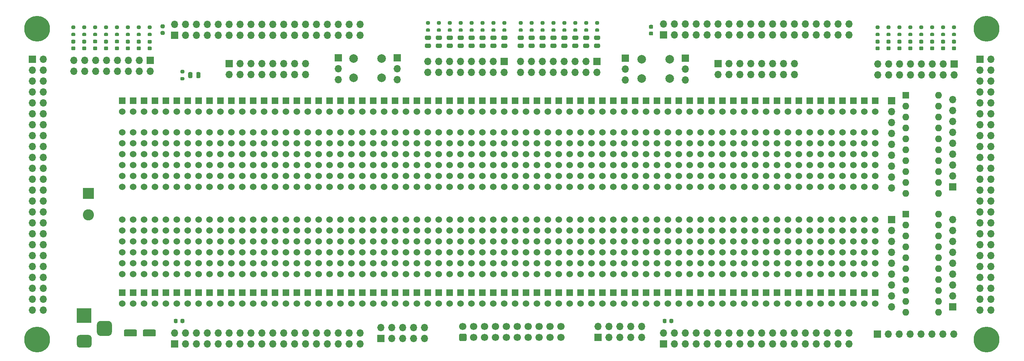
<source format=gbr>
%TF.GenerationSoftware,KiCad,Pcbnew,(5.1.10-1-10_14)*%
%TF.CreationDate,2021-09-26T00:15:31-04:00*%
%TF.ProjectId,prototype-board,70726f74-6f74-4797-9065-2d626f617264,rev?*%
%TF.SameCoordinates,Original*%
%TF.FileFunction,Soldermask,Top*%
%TF.FilePolarity,Negative*%
%FSLAX46Y46*%
G04 Gerber Fmt 4.6, Leading zero omitted, Abs format (unit mm)*
G04 Created by KiCad (PCBNEW (5.1.10-1-10_14)) date 2021-09-26 00:15:31*
%MOMM*%
%LPD*%
G01*
G04 APERTURE LIST*
%ADD10C,2.000000*%
%ADD11O,1.700000X1.700000*%
%ADD12R,1.700000X1.700000*%
%ADD13C,1.700000*%
%ADD14O,1.600000X1.600000*%
%ADD15R,1.600000X1.600000*%
%ADD16C,6.000000*%
%ADD17C,0.800000*%
%ADD18C,2.600000*%
%ADD19R,2.600000X2.600000*%
%ADD20R,3.500000X3.500000*%
%ADD21R,1.524000X1.524000*%
%ADD22C,1.524000*%
G04 APERTURE END LIST*
%TO.C,C5*%
G36*
G01*
X85790000Y-129582000D02*
X85790000Y-128482000D01*
G75*
G02*
X86040000Y-128232000I250000J0D01*
G01*
X88540000Y-128232000D01*
G75*
G02*
X88790000Y-128482000I0J-250000D01*
G01*
X88790000Y-129582000D01*
G75*
G02*
X88540000Y-129832000I-250000J0D01*
G01*
X86040000Y-129832000D01*
G75*
G02*
X85790000Y-129582000I0J250000D01*
G01*
G37*
G36*
G01*
X81390000Y-129582000D02*
X81390000Y-128482000D01*
G75*
G02*
X81640000Y-128232000I250000J0D01*
G01*
X84140000Y-128232000D01*
G75*
G02*
X84390000Y-128482000I0J-250000D01*
G01*
X84390000Y-129582000D01*
G75*
G02*
X84140000Y-129832000I-250000J0D01*
G01*
X81640000Y-129832000D01*
G75*
G02*
X81390000Y-129582000I0J250000D01*
G01*
G37*
%TD*%
%TO.C,U36*%
G36*
G01*
X95251000Y-68557000D02*
X94701000Y-68557000D01*
G75*
G02*
X94501000Y-68357000I0J200000D01*
G01*
X94501000Y-67957000D01*
G75*
G02*
X94701000Y-67757000I200000J0D01*
G01*
X95251000Y-67757000D01*
G75*
G02*
X95451000Y-67957000I0J-200000D01*
G01*
X95451000Y-68357000D01*
G75*
G02*
X95251000Y-68557000I-200000J0D01*
G01*
G37*
G36*
G01*
X95251000Y-70207000D02*
X94701000Y-70207000D01*
G75*
G02*
X94501000Y-70007000I0J200000D01*
G01*
X94501000Y-69607000D01*
G75*
G02*
X94701000Y-69407000I200000J0D01*
G01*
X95251000Y-69407000D01*
G75*
G02*
X95451000Y-69607000I0J-200000D01*
G01*
X95451000Y-70007000D01*
G75*
G02*
X95251000Y-70207000I-200000J0D01*
G01*
G37*
%TD*%
%TO.C,D33*%
G36*
G01*
X98220000Y-69438250D02*
X98220000Y-68525750D01*
G75*
G02*
X98463750Y-68282000I243750J0D01*
G01*
X98951250Y-68282000D01*
G75*
G02*
X99195000Y-68525750I0J-243750D01*
G01*
X99195000Y-69438250D01*
G75*
G02*
X98951250Y-69682000I-243750J0D01*
G01*
X98463750Y-69682000D01*
G75*
G02*
X98220000Y-69438250I0J243750D01*
G01*
G37*
G36*
G01*
X96345000Y-69438250D02*
X96345000Y-68525750D01*
G75*
G02*
X96588750Y-68282000I243750J0D01*
G01*
X97076250Y-68282000D01*
G75*
G02*
X97320000Y-68525750I0J-243750D01*
G01*
X97320000Y-69438250D01*
G75*
G02*
X97076250Y-69682000I-243750J0D01*
G01*
X96588750Y-69682000D01*
G75*
G02*
X96345000Y-69438250I0J243750D01*
G01*
G37*
%TD*%
D10*
%TO.C,SW2*%
X208430000Y-65278000D03*
X208430000Y-69778000D03*
X201930000Y-65278000D03*
X201930000Y-69778000D03*
%TD*%
%TO.C,SW1*%
X141370000Y-65144000D03*
X141370000Y-69644000D03*
X134870000Y-65144000D03*
X134870000Y-69644000D03*
%TD*%
D11*
%TO.C,J26*%
X212090000Y-70104000D03*
X212090000Y-67564000D03*
D12*
X212090000Y-65024000D03*
%TD*%
D11*
%TO.C,J25*%
X198120000Y-70104000D03*
X198120000Y-67564000D03*
D12*
X198120000Y-65024000D03*
%TD*%
D11*
%TO.C,J20*%
X131242000Y-70016000D03*
X131242000Y-67476000D03*
D12*
X131242000Y-64936000D03*
%TD*%
D11*
%TO.C,J19*%
X144958000Y-70016000D03*
X144958000Y-67476000D03*
D12*
X144958000Y-64936000D03*
%TD*%
D11*
%TO.C,J24*%
X274574000Y-129286000D03*
X272034000Y-129286000D03*
X269494000Y-129286000D03*
X266954000Y-129286000D03*
X264414000Y-129286000D03*
X261874000Y-129286000D03*
X259334000Y-129286000D03*
D12*
X256794000Y-129286000D03*
%TD*%
D11*
%TO.C,J23*%
X201930000Y-127508000D03*
X201930000Y-130048000D03*
X199390000Y-127508000D03*
X199390000Y-130048000D03*
X196850000Y-127508000D03*
X196850000Y-130048000D03*
X194310000Y-127508000D03*
X194310000Y-130048000D03*
X191770000Y-127508000D03*
D12*
X191770000Y-130048000D03*
%TD*%
D11*
%TO.C,J22*%
X151384000Y-127762000D03*
X151384000Y-130302000D03*
X148844000Y-127762000D03*
X148844000Y-130302000D03*
X146304000Y-127762000D03*
X146304000Y-130302000D03*
X143764000Y-127762000D03*
X143764000Y-130302000D03*
X141224000Y-127762000D03*
D12*
X141224000Y-130302000D03*
%TD*%
D13*
%TO.C,J21*%
X183134000Y-127508000D03*
X180594000Y-127508000D03*
X178054000Y-127508000D03*
X175514000Y-127508000D03*
X172974000Y-127508000D03*
X170434000Y-127508000D03*
X167894000Y-127508000D03*
X165354000Y-127508000D03*
X162814000Y-127508000D03*
X160274000Y-127508000D03*
X183134000Y-130048000D03*
X180594000Y-130048000D03*
X178054000Y-130048000D03*
X175514000Y-130048000D03*
X172974000Y-130048000D03*
X170434000Y-130048000D03*
X167894000Y-130048000D03*
X165354000Y-130048000D03*
X162814000Y-130048000D03*
G36*
G01*
X160874000Y-130898000D02*
X159674000Y-130898000D01*
G75*
G02*
X159424000Y-130648000I0J250000D01*
G01*
X159424000Y-129448000D01*
G75*
G02*
X159674000Y-129198000I250000J0D01*
G01*
X160874000Y-129198000D01*
G75*
G02*
X161124000Y-129448000I0J-250000D01*
G01*
X161124000Y-130648000D01*
G75*
G02*
X160874000Y-130898000I-250000J0D01*
G01*
G37*
%TD*%
D14*
%TO.C,U68*%
X271018000Y-73660000D03*
X263398000Y-96520000D03*
X271018000Y-76200000D03*
X263398000Y-93980000D03*
X271018000Y-78740000D03*
X263398000Y-91440000D03*
X271018000Y-81280000D03*
X263398000Y-88900000D03*
X271018000Y-83820000D03*
X263398000Y-86360000D03*
X271018000Y-86360000D03*
X263398000Y-83820000D03*
X271018000Y-88900000D03*
X263398000Y-81280000D03*
X271018000Y-91440000D03*
X263398000Y-78740000D03*
X271018000Y-93980000D03*
X263398000Y-76200000D03*
X271018000Y-96520000D03*
D15*
X263398000Y-73660000D03*
%TD*%
D14*
%TO.C,U39*%
X271018000Y-101346000D03*
X263398000Y-124206000D03*
X271018000Y-103886000D03*
X263398000Y-121666000D03*
X271018000Y-106426000D03*
X263398000Y-119126000D03*
X271018000Y-108966000D03*
X263398000Y-116586000D03*
X271018000Y-111506000D03*
X263398000Y-114046000D03*
X271018000Y-114046000D03*
X263398000Y-111506000D03*
X271018000Y-116586000D03*
X263398000Y-108966000D03*
X271018000Y-119126000D03*
X263398000Y-106426000D03*
X271018000Y-121666000D03*
X263398000Y-103886000D03*
X271018000Y-124206000D03*
D15*
X263398000Y-101346000D03*
%TD*%
D11*
%TO.C,J13*%
X274320000Y-102616000D03*
X274320000Y-105156000D03*
X274320000Y-107696000D03*
X274320000Y-110236000D03*
X274320000Y-112776000D03*
X274320000Y-115316000D03*
X274320000Y-117856000D03*
X274320000Y-120396000D03*
D12*
X274320000Y-122936000D03*
%TD*%
D11*
%TO.C,J12*%
X260096000Y-122936000D03*
X260096000Y-120396000D03*
X260096000Y-117856000D03*
X260096000Y-115316000D03*
X260096000Y-112776000D03*
X260096000Y-110236000D03*
X260096000Y-107696000D03*
X260096000Y-105156000D03*
D12*
X260096000Y-102616000D03*
%TD*%
D11*
%TO.C,J11*%
X274320000Y-74676000D03*
X274320000Y-77216000D03*
X274320000Y-79756000D03*
X274320000Y-82296000D03*
X274320000Y-84836000D03*
X274320000Y-87376000D03*
X274320000Y-89916000D03*
X274320000Y-92456000D03*
D12*
X274320000Y-94996000D03*
%TD*%
D11*
%TO.C,J10*%
X260096000Y-95250000D03*
X260096000Y-92710000D03*
X260096000Y-90170000D03*
X260096000Y-87630000D03*
X260096000Y-85090000D03*
X260096000Y-82550000D03*
X260096000Y-80010000D03*
X260096000Y-77470000D03*
D12*
X260096000Y-74930000D03*
%TD*%
D11*
%TO.C,J4*%
X256826000Y-68894000D03*
X256826000Y-66354000D03*
X259366000Y-68894000D03*
X259366000Y-66354000D03*
X261906000Y-68894000D03*
X261906000Y-66354000D03*
X264446000Y-68894000D03*
X264446000Y-66354000D03*
X266986000Y-68894000D03*
X266986000Y-66354000D03*
X269526000Y-68894000D03*
X269526000Y-66354000D03*
X272066000Y-68894000D03*
X272066000Y-66354000D03*
X274606000Y-68894000D03*
D12*
X274606000Y-66354000D03*
%TD*%
%TO.C,J3*%
X87496000Y-65582000D03*
D11*
X87496000Y-68122000D03*
X84956000Y-65582000D03*
X84956000Y-68122000D03*
X82416000Y-65582000D03*
X82416000Y-68122000D03*
X79876000Y-65582000D03*
X79876000Y-68122000D03*
X77336000Y-65582000D03*
X77336000Y-68122000D03*
X74796000Y-65582000D03*
X74796000Y-68122000D03*
X72256000Y-65582000D03*
X72256000Y-68122000D03*
X69716000Y-65582000D03*
X69716000Y-68122000D03*
%TD*%
D16*
%TO.C,REF\u002A\u002A*%
X282194000Y-58166000D03*
D17*
X284444000Y-58166000D03*
X283784990Y-59756990D03*
X282194000Y-60416000D03*
X280603010Y-59756990D03*
X279944000Y-58166000D03*
X280603010Y-56575010D03*
X282194000Y-55916000D03*
X283784990Y-56575010D03*
%TD*%
%TO.C,REF\u002A\u002A*%
X283784990Y-128965010D03*
X282194000Y-128306000D03*
X280603010Y-128965010D03*
X279944000Y-130556000D03*
X280603010Y-132146990D03*
X282194000Y-132806000D03*
X283784990Y-132146990D03*
X284444000Y-130556000D03*
D16*
X282194000Y-130556000D03*
%TD*%
%TO.C,REF\u002A\u002A*%
X61214000Y-130556000D03*
D17*
X63464000Y-130556000D03*
X62804990Y-132146990D03*
X61214000Y-132806000D03*
X59623010Y-132146990D03*
X58964000Y-130556000D03*
X59623010Y-128965010D03*
X61214000Y-128306000D03*
X62804990Y-128965010D03*
%TD*%
%TO.C,REF\u002A\u002A*%
X62804990Y-56575010D03*
X61214000Y-55916000D03*
X59623010Y-56575010D03*
X58964000Y-58166000D03*
X59623010Y-59756990D03*
X61214000Y-60416000D03*
X62804990Y-59756990D03*
X63464000Y-58166000D03*
D16*
X61214000Y-58166000D03*
%TD*%
%TO.C,U35*%
G36*
G01*
X274849000Y-58249000D02*
X274299000Y-58249000D01*
G75*
G02*
X274099000Y-58049000I0J200000D01*
G01*
X274099000Y-57649000D01*
G75*
G02*
X274299000Y-57449000I200000J0D01*
G01*
X274849000Y-57449000D01*
G75*
G02*
X275049000Y-57649000I0J-200000D01*
G01*
X275049000Y-58049000D01*
G75*
G02*
X274849000Y-58249000I-200000J0D01*
G01*
G37*
G36*
G01*
X274849000Y-59899000D02*
X274299000Y-59899000D01*
G75*
G02*
X274099000Y-59699000I0J200000D01*
G01*
X274099000Y-59299000D01*
G75*
G02*
X274299000Y-59099000I200000J0D01*
G01*
X274849000Y-59099000D01*
G75*
G02*
X275049000Y-59299000I0J-200000D01*
G01*
X275049000Y-59699000D01*
G75*
G02*
X274849000Y-59899000I-200000J0D01*
G01*
G37*
%TD*%
%TO.C,U34*%
G36*
G01*
X272309000Y-58249000D02*
X271759000Y-58249000D01*
G75*
G02*
X271559000Y-58049000I0J200000D01*
G01*
X271559000Y-57649000D01*
G75*
G02*
X271759000Y-57449000I200000J0D01*
G01*
X272309000Y-57449000D01*
G75*
G02*
X272509000Y-57649000I0J-200000D01*
G01*
X272509000Y-58049000D01*
G75*
G02*
X272309000Y-58249000I-200000J0D01*
G01*
G37*
G36*
G01*
X272309000Y-59899000D02*
X271759000Y-59899000D01*
G75*
G02*
X271559000Y-59699000I0J200000D01*
G01*
X271559000Y-59299000D01*
G75*
G02*
X271759000Y-59099000I200000J0D01*
G01*
X272309000Y-59099000D01*
G75*
G02*
X272509000Y-59299000I0J-200000D01*
G01*
X272509000Y-59699000D01*
G75*
G02*
X272309000Y-59899000I-200000J0D01*
G01*
G37*
%TD*%
%TO.C,U33*%
G36*
G01*
X269769000Y-58249000D02*
X269219000Y-58249000D01*
G75*
G02*
X269019000Y-58049000I0J200000D01*
G01*
X269019000Y-57649000D01*
G75*
G02*
X269219000Y-57449000I200000J0D01*
G01*
X269769000Y-57449000D01*
G75*
G02*
X269969000Y-57649000I0J-200000D01*
G01*
X269969000Y-58049000D01*
G75*
G02*
X269769000Y-58249000I-200000J0D01*
G01*
G37*
G36*
G01*
X269769000Y-59899000D02*
X269219000Y-59899000D01*
G75*
G02*
X269019000Y-59699000I0J200000D01*
G01*
X269019000Y-59299000D01*
G75*
G02*
X269219000Y-59099000I200000J0D01*
G01*
X269769000Y-59099000D01*
G75*
G02*
X269969000Y-59299000I0J-200000D01*
G01*
X269969000Y-59699000D01*
G75*
G02*
X269769000Y-59899000I-200000J0D01*
G01*
G37*
%TD*%
%TO.C,U32*%
G36*
G01*
X267229000Y-58249000D02*
X266679000Y-58249000D01*
G75*
G02*
X266479000Y-58049000I0J200000D01*
G01*
X266479000Y-57649000D01*
G75*
G02*
X266679000Y-57449000I200000J0D01*
G01*
X267229000Y-57449000D01*
G75*
G02*
X267429000Y-57649000I0J-200000D01*
G01*
X267429000Y-58049000D01*
G75*
G02*
X267229000Y-58249000I-200000J0D01*
G01*
G37*
G36*
G01*
X267229000Y-59899000D02*
X266679000Y-59899000D01*
G75*
G02*
X266479000Y-59699000I0J200000D01*
G01*
X266479000Y-59299000D01*
G75*
G02*
X266679000Y-59099000I200000J0D01*
G01*
X267229000Y-59099000D01*
G75*
G02*
X267429000Y-59299000I0J-200000D01*
G01*
X267429000Y-59699000D01*
G75*
G02*
X267229000Y-59899000I-200000J0D01*
G01*
G37*
%TD*%
%TO.C,U31*%
G36*
G01*
X264689000Y-58249000D02*
X264139000Y-58249000D01*
G75*
G02*
X263939000Y-58049000I0J200000D01*
G01*
X263939000Y-57649000D01*
G75*
G02*
X264139000Y-57449000I200000J0D01*
G01*
X264689000Y-57449000D01*
G75*
G02*
X264889000Y-57649000I0J-200000D01*
G01*
X264889000Y-58049000D01*
G75*
G02*
X264689000Y-58249000I-200000J0D01*
G01*
G37*
G36*
G01*
X264689000Y-59899000D02*
X264139000Y-59899000D01*
G75*
G02*
X263939000Y-59699000I0J200000D01*
G01*
X263939000Y-59299000D01*
G75*
G02*
X264139000Y-59099000I200000J0D01*
G01*
X264689000Y-59099000D01*
G75*
G02*
X264889000Y-59299000I0J-200000D01*
G01*
X264889000Y-59699000D01*
G75*
G02*
X264689000Y-59899000I-200000J0D01*
G01*
G37*
%TD*%
%TO.C,U30*%
G36*
G01*
X262149000Y-58249000D02*
X261599000Y-58249000D01*
G75*
G02*
X261399000Y-58049000I0J200000D01*
G01*
X261399000Y-57649000D01*
G75*
G02*
X261599000Y-57449000I200000J0D01*
G01*
X262149000Y-57449000D01*
G75*
G02*
X262349000Y-57649000I0J-200000D01*
G01*
X262349000Y-58049000D01*
G75*
G02*
X262149000Y-58249000I-200000J0D01*
G01*
G37*
G36*
G01*
X262149000Y-59899000D02*
X261599000Y-59899000D01*
G75*
G02*
X261399000Y-59699000I0J200000D01*
G01*
X261399000Y-59299000D01*
G75*
G02*
X261599000Y-59099000I200000J0D01*
G01*
X262149000Y-59099000D01*
G75*
G02*
X262349000Y-59299000I0J-200000D01*
G01*
X262349000Y-59699000D01*
G75*
G02*
X262149000Y-59899000I-200000J0D01*
G01*
G37*
%TD*%
%TO.C,U29*%
G36*
G01*
X259609000Y-58249000D02*
X259059000Y-58249000D01*
G75*
G02*
X258859000Y-58049000I0J200000D01*
G01*
X258859000Y-57649000D01*
G75*
G02*
X259059000Y-57449000I200000J0D01*
G01*
X259609000Y-57449000D01*
G75*
G02*
X259809000Y-57649000I0J-200000D01*
G01*
X259809000Y-58049000D01*
G75*
G02*
X259609000Y-58249000I-200000J0D01*
G01*
G37*
G36*
G01*
X259609000Y-59899000D02*
X259059000Y-59899000D01*
G75*
G02*
X258859000Y-59699000I0J200000D01*
G01*
X258859000Y-59299000D01*
G75*
G02*
X259059000Y-59099000I200000J0D01*
G01*
X259609000Y-59099000D01*
G75*
G02*
X259809000Y-59299000I0J-200000D01*
G01*
X259809000Y-59699000D01*
G75*
G02*
X259609000Y-59899000I-200000J0D01*
G01*
G37*
%TD*%
%TO.C,U28*%
G36*
G01*
X257069000Y-58249000D02*
X256519000Y-58249000D01*
G75*
G02*
X256319000Y-58049000I0J200000D01*
G01*
X256319000Y-57649000D01*
G75*
G02*
X256519000Y-57449000I200000J0D01*
G01*
X257069000Y-57449000D01*
G75*
G02*
X257269000Y-57649000I0J-200000D01*
G01*
X257269000Y-58049000D01*
G75*
G02*
X257069000Y-58249000I-200000J0D01*
G01*
G37*
G36*
G01*
X257069000Y-59899000D02*
X256519000Y-59899000D01*
G75*
G02*
X256319000Y-59699000I0J200000D01*
G01*
X256319000Y-59299000D01*
G75*
G02*
X256519000Y-59099000I200000J0D01*
G01*
X257069000Y-59099000D01*
G75*
G02*
X257269000Y-59299000I0J-200000D01*
G01*
X257269000Y-59699000D01*
G75*
G02*
X257069000Y-59899000I-200000J0D01*
G01*
G37*
%TD*%
%TO.C,D32*%
G36*
G01*
X274317750Y-62326000D02*
X274830250Y-62326000D01*
G75*
G02*
X275049000Y-62544750I0J-218750D01*
G01*
X275049000Y-62982250D01*
G75*
G02*
X274830250Y-63201000I-218750J0D01*
G01*
X274317750Y-63201000D01*
G75*
G02*
X274099000Y-62982250I0J218750D01*
G01*
X274099000Y-62544750D01*
G75*
G02*
X274317750Y-62326000I218750J0D01*
G01*
G37*
G36*
G01*
X274317750Y-60751000D02*
X274830250Y-60751000D01*
G75*
G02*
X275049000Y-60969750I0J-218750D01*
G01*
X275049000Y-61407250D01*
G75*
G02*
X274830250Y-61626000I-218750J0D01*
G01*
X274317750Y-61626000D01*
G75*
G02*
X274099000Y-61407250I0J218750D01*
G01*
X274099000Y-60969750D01*
G75*
G02*
X274317750Y-60751000I218750J0D01*
G01*
G37*
%TD*%
%TO.C,D31*%
G36*
G01*
X271777750Y-62326000D02*
X272290250Y-62326000D01*
G75*
G02*
X272509000Y-62544750I0J-218750D01*
G01*
X272509000Y-62982250D01*
G75*
G02*
X272290250Y-63201000I-218750J0D01*
G01*
X271777750Y-63201000D01*
G75*
G02*
X271559000Y-62982250I0J218750D01*
G01*
X271559000Y-62544750D01*
G75*
G02*
X271777750Y-62326000I218750J0D01*
G01*
G37*
G36*
G01*
X271777750Y-60751000D02*
X272290250Y-60751000D01*
G75*
G02*
X272509000Y-60969750I0J-218750D01*
G01*
X272509000Y-61407250D01*
G75*
G02*
X272290250Y-61626000I-218750J0D01*
G01*
X271777750Y-61626000D01*
G75*
G02*
X271559000Y-61407250I0J218750D01*
G01*
X271559000Y-60969750D01*
G75*
G02*
X271777750Y-60751000I218750J0D01*
G01*
G37*
%TD*%
%TO.C,D30*%
G36*
G01*
X269237750Y-62326000D02*
X269750250Y-62326000D01*
G75*
G02*
X269969000Y-62544750I0J-218750D01*
G01*
X269969000Y-62982250D01*
G75*
G02*
X269750250Y-63201000I-218750J0D01*
G01*
X269237750Y-63201000D01*
G75*
G02*
X269019000Y-62982250I0J218750D01*
G01*
X269019000Y-62544750D01*
G75*
G02*
X269237750Y-62326000I218750J0D01*
G01*
G37*
G36*
G01*
X269237750Y-60751000D02*
X269750250Y-60751000D01*
G75*
G02*
X269969000Y-60969750I0J-218750D01*
G01*
X269969000Y-61407250D01*
G75*
G02*
X269750250Y-61626000I-218750J0D01*
G01*
X269237750Y-61626000D01*
G75*
G02*
X269019000Y-61407250I0J218750D01*
G01*
X269019000Y-60969750D01*
G75*
G02*
X269237750Y-60751000I218750J0D01*
G01*
G37*
%TD*%
%TO.C,D29*%
G36*
G01*
X266697750Y-62326000D02*
X267210250Y-62326000D01*
G75*
G02*
X267429000Y-62544750I0J-218750D01*
G01*
X267429000Y-62982250D01*
G75*
G02*
X267210250Y-63201000I-218750J0D01*
G01*
X266697750Y-63201000D01*
G75*
G02*
X266479000Y-62982250I0J218750D01*
G01*
X266479000Y-62544750D01*
G75*
G02*
X266697750Y-62326000I218750J0D01*
G01*
G37*
G36*
G01*
X266697750Y-60751000D02*
X267210250Y-60751000D01*
G75*
G02*
X267429000Y-60969750I0J-218750D01*
G01*
X267429000Y-61407250D01*
G75*
G02*
X267210250Y-61626000I-218750J0D01*
G01*
X266697750Y-61626000D01*
G75*
G02*
X266479000Y-61407250I0J218750D01*
G01*
X266479000Y-60969750D01*
G75*
G02*
X266697750Y-60751000I218750J0D01*
G01*
G37*
%TD*%
%TO.C,D28*%
G36*
G01*
X264157750Y-62326000D02*
X264670250Y-62326000D01*
G75*
G02*
X264889000Y-62544750I0J-218750D01*
G01*
X264889000Y-62982250D01*
G75*
G02*
X264670250Y-63201000I-218750J0D01*
G01*
X264157750Y-63201000D01*
G75*
G02*
X263939000Y-62982250I0J218750D01*
G01*
X263939000Y-62544750D01*
G75*
G02*
X264157750Y-62326000I218750J0D01*
G01*
G37*
G36*
G01*
X264157750Y-60751000D02*
X264670250Y-60751000D01*
G75*
G02*
X264889000Y-60969750I0J-218750D01*
G01*
X264889000Y-61407250D01*
G75*
G02*
X264670250Y-61626000I-218750J0D01*
G01*
X264157750Y-61626000D01*
G75*
G02*
X263939000Y-61407250I0J218750D01*
G01*
X263939000Y-60969750D01*
G75*
G02*
X264157750Y-60751000I218750J0D01*
G01*
G37*
%TD*%
%TO.C,D27*%
G36*
G01*
X261617750Y-62326000D02*
X262130250Y-62326000D01*
G75*
G02*
X262349000Y-62544750I0J-218750D01*
G01*
X262349000Y-62982250D01*
G75*
G02*
X262130250Y-63201000I-218750J0D01*
G01*
X261617750Y-63201000D01*
G75*
G02*
X261399000Y-62982250I0J218750D01*
G01*
X261399000Y-62544750D01*
G75*
G02*
X261617750Y-62326000I218750J0D01*
G01*
G37*
G36*
G01*
X261617750Y-60751000D02*
X262130250Y-60751000D01*
G75*
G02*
X262349000Y-60969750I0J-218750D01*
G01*
X262349000Y-61407250D01*
G75*
G02*
X262130250Y-61626000I-218750J0D01*
G01*
X261617750Y-61626000D01*
G75*
G02*
X261399000Y-61407250I0J218750D01*
G01*
X261399000Y-60969750D01*
G75*
G02*
X261617750Y-60751000I218750J0D01*
G01*
G37*
%TD*%
%TO.C,D26*%
G36*
G01*
X259077750Y-62326000D02*
X259590250Y-62326000D01*
G75*
G02*
X259809000Y-62544750I0J-218750D01*
G01*
X259809000Y-62982250D01*
G75*
G02*
X259590250Y-63201000I-218750J0D01*
G01*
X259077750Y-63201000D01*
G75*
G02*
X258859000Y-62982250I0J218750D01*
G01*
X258859000Y-62544750D01*
G75*
G02*
X259077750Y-62326000I218750J0D01*
G01*
G37*
G36*
G01*
X259077750Y-60751000D02*
X259590250Y-60751000D01*
G75*
G02*
X259809000Y-60969750I0J-218750D01*
G01*
X259809000Y-61407250D01*
G75*
G02*
X259590250Y-61626000I-218750J0D01*
G01*
X259077750Y-61626000D01*
G75*
G02*
X258859000Y-61407250I0J218750D01*
G01*
X258859000Y-60969750D01*
G75*
G02*
X259077750Y-60751000I218750J0D01*
G01*
G37*
%TD*%
%TO.C,D25*%
G36*
G01*
X256537750Y-62326000D02*
X257050250Y-62326000D01*
G75*
G02*
X257269000Y-62544750I0J-218750D01*
G01*
X257269000Y-62982250D01*
G75*
G02*
X257050250Y-63201000I-218750J0D01*
G01*
X256537750Y-63201000D01*
G75*
G02*
X256319000Y-62982250I0J218750D01*
G01*
X256319000Y-62544750D01*
G75*
G02*
X256537750Y-62326000I218750J0D01*
G01*
G37*
G36*
G01*
X256537750Y-60751000D02*
X257050250Y-60751000D01*
G75*
G02*
X257269000Y-60969750I0J-218750D01*
G01*
X257269000Y-61407250D01*
G75*
G02*
X257050250Y-61626000I-218750J0D01*
G01*
X256537750Y-61626000D01*
G75*
G02*
X256319000Y-61407250I0J218750D01*
G01*
X256319000Y-60969750D01*
G75*
G02*
X256537750Y-60751000I218750J0D01*
G01*
G37*
%TD*%
%TO.C,U27*%
G36*
G01*
X87651000Y-59899000D02*
X87101000Y-59899000D01*
G75*
G02*
X86901000Y-59699000I0J200000D01*
G01*
X86901000Y-59299000D01*
G75*
G02*
X87101000Y-59099000I200000J0D01*
G01*
X87651000Y-59099000D01*
G75*
G02*
X87851000Y-59299000I0J-200000D01*
G01*
X87851000Y-59699000D01*
G75*
G02*
X87651000Y-59899000I-200000J0D01*
G01*
G37*
G36*
G01*
X87651000Y-58249000D02*
X87101000Y-58249000D01*
G75*
G02*
X86901000Y-58049000I0J200000D01*
G01*
X86901000Y-57649000D01*
G75*
G02*
X87101000Y-57449000I200000J0D01*
G01*
X87651000Y-57449000D01*
G75*
G02*
X87851000Y-57649000I0J-200000D01*
G01*
X87851000Y-58049000D01*
G75*
G02*
X87651000Y-58249000I-200000J0D01*
G01*
G37*
%TD*%
%TO.C,U26*%
G36*
G01*
X85111000Y-59899000D02*
X84561000Y-59899000D01*
G75*
G02*
X84361000Y-59699000I0J200000D01*
G01*
X84361000Y-59299000D01*
G75*
G02*
X84561000Y-59099000I200000J0D01*
G01*
X85111000Y-59099000D01*
G75*
G02*
X85311000Y-59299000I0J-200000D01*
G01*
X85311000Y-59699000D01*
G75*
G02*
X85111000Y-59899000I-200000J0D01*
G01*
G37*
G36*
G01*
X85111000Y-58249000D02*
X84561000Y-58249000D01*
G75*
G02*
X84361000Y-58049000I0J200000D01*
G01*
X84361000Y-57649000D01*
G75*
G02*
X84561000Y-57449000I200000J0D01*
G01*
X85111000Y-57449000D01*
G75*
G02*
X85311000Y-57649000I0J-200000D01*
G01*
X85311000Y-58049000D01*
G75*
G02*
X85111000Y-58249000I-200000J0D01*
G01*
G37*
%TD*%
%TO.C,U25*%
G36*
G01*
X82571000Y-59899000D02*
X82021000Y-59899000D01*
G75*
G02*
X81821000Y-59699000I0J200000D01*
G01*
X81821000Y-59299000D01*
G75*
G02*
X82021000Y-59099000I200000J0D01*
G01*
X82571000Y-59099000D01*
G75*
G02*
X82771000Y-59299000I0J-200000D01*
G01*
X82771000Y-59699000D01*
G75*
G02*
X82571000Y-59899000I-200000J0D01*
G01*
G37*
G36*
G01*
X82571000Y-58249000D02*
X82021000Y-58249000D01*
G75*
G02*
X81821000Y-58049000I0J200000D01*
G01*
X81821000Y-57649000D01*
G75*
G02*
X82021000Y-57449000I200000J0D01*
G01*
X82571000Y-57449000D01*
G75*
G02*
X82771000Y-57649000I0J-200000D01*
G01*
X82771000Y-58049000D01*
G75*
G02*
X82571000Y-58249000I-200000J0D01*
G01*
G37*
%TD*%
%TO.C,U24*%
G36*
G01*
X80031000Y-59899000D02*
X79481000Y-59899000D01*
G75*
G02*
X79281000Y-59699000I0J200000D01*
G01*
X79281000Y-59299000D01*
G75*
G02*
X79481000Y-59099000I200000J0D01*
G01*
X80031000Y-59099000D01*
G75*
G02*
X80231000Y-59299000I0J-200000D01*
G01*
X80231000Y-59699000D01*
G75*
G02*
X80031000Y-59899000I-200000J0D01*
G01*
G37*
G36*
G01*
X80031000Y-58249000D02*
X79481000Y-58249000D01*
G75*
G02*
X79281000Y-58049000I0J200000D01*
G01*
X79281000Y-57649000D01*
G75*
G02*
X79481000Y-57449000I200000J0D01*
G01*
X80031000Y-57449000D01*
G75*
G02*
X80231000Y-57649000I0J-200000D01*
G01*
X80231000Y-58049000D01*
G75*
G02*
X80031000Y-58249000I-200000J0D01*
G01*
G37*
%TD*%
%TO.C,U23*%
G36*
G01*
X77491000Y-59899000D02*
X76941000Y-59899000D01*
G75*
G02*
X76741000Y-59699000I0J200000D01*
G01*
X76741000Y-59299000D01*
G75*
G02*
X76941000Y-59099000I200000J0D01*
G01*
X77491000Y-59099000D01*
G75*
G02*
X77691000Y-59299000I0J-200000D01*
G01*
X77691000Y-59699000D01*
G75*
G02*
X77491000Y-59899000I-200000J0D01*
G01*
G37*
G36*
G01*
X77491000Y-58249000D02*
X76941000Y-58249000D01*
G75*
G02*
X76741000Y-58049000I0J200000D01*
G01*
X76741000Y-57649000D01*
G75*
G02*
X76941000Y-57449000I200000J0D01*
G01*
X77491000Y-57449000D01*
G75*
G02*
X77691000Y-57649000I0J-200000D01*
G01*
X77691000Y-58049000D01*
G75*
G02*
X77491000Y-58249000I-200000J0D01*
G01*
G37*
%TD*%
%TO.C,U22*%
G36*
G01*
X74951000Y-59899000D02*
X74401000Y-59899000D01*
G75*
G02*
X74201000Y-59699000I0J200000D01*
G01*
X74201000Y-59299000D01*
G75*
G02*
X74401000Y-59099000I200000J0D01*
G01*
X74951000Y-59099000D01*
G75*
G02*
X75151000Y-59299000I0J-200000D01*
G01*
X75151000Y-59699000D01*
G75*
G02*
X74951000Y-59899000I-200000J0D01*
G01*
G37*
G36*
G01*
X74951000Y-58249000D02*
X74401000Y-58249000D01*
G75*
G02*
X74201000Y-58049000I0J200000D01*
G01*
X74201000Y-57649000D01*
G75*
G02*
X74401000Y-57449000I200000J0D01*
G01*
X74951000Y-57449000D01*
G75*
G02*
X75151000Y-57649000I0J-200000D01*
G01*
X75151000Y-58049000D01*
G75*
G02*
X74951000Y-58249000I-200000J0D01*
G01*
G37*
%TD*%
%TO.C,U21*%
G36*
G01*
X72411000Y-59899000D02*
X71861000Y-59899000D01*
G75*
G02*
X71661000Y-59699000I0J200000D01*
G01*
X71661000Y-59299000D01*
G75*
G02*
X71861000Y-59099000I200000J0D01*
G01*
X72411000Y-59099000D01*
G75*
G02*
X72611000Y-59299000I0J-200000D01*
G01*
X72611000Y-59699000D01*
G75*
G02*
X72411000Y-59899000I-200000J0D01*
G01*
G37*
G36*
G01*
X72411000Y-58249000D02*
X71861000Y-58249000D01*
G75*
G02*
X71661000Y-58049000I0J200000D01*
G01*
X71661000Y-57649000D01*
G75*
G02*
X71861000Y-57449000I200000J0D01*
G01*
X72411000Y-57449000D01*
G75*
G02*
X72611000Y-57649000I0J-200000D01*
G01*
X72611000Y-58049000D01*
G75*
G02*
X72411000Y-58249000I-200000J0D01*
G01*
G37*
%TD*%
%TO.C,U20*%
G36*
G01*
X69871000Y-59899000D02*
X69321000Y-59899000D01*
G75*
G02*
X69121000Y-59699000I0J200000D01*
G01*
X69121000Y-59299000D01*
G75*
G02*
X69321000Y-59099000I200000J0D01*
G01*
X69871000Y-59099000D01*
G75*
G02*
X70071000Y-59299000I0J-200000D01*
G01*
X70071000Y-59699000D01*
G75*
G02*
X69871000Y-59899000I-200000J0D01*
G01*
G37*
G36*
G01*
X69871000Y-58249000D02*
X69321000Y-58249000D01*
G75*
G02*
X69121000Y-58049000I0J200000D01*
G01*
X69121000Y-57649000D01*
G75*
G02*
X69321000Y-57449000I200000J0D01*
G01*
X69871000Y-57449000D01*
G75*
G02*
X70071000Y-57649000I0J-200000D01*
G01*
X70071000Y-58049000D01*
G75*
G02*
X69871000Y-58249000I-200000J0D01*
G01*
G37*
%TD*%
%TO.C,D24*%
G36*
G01*
X87119750Y-60756714D02*
X87632250Y-60756714D01*
G75*
G02*
X87851000Y-60975464I0J-218750D01*
G01*
X87851000Y-61412964D01*
G75*
G02*
X87632250Y-61631714I-218750J0D01*
G01*
X87119750Y-61631714D01*
G75*
G02*
X86901000Y-61412964I0J218750D01*
G01*
X86901000Y-60975464D01*
G75*
G02*
X87119750Y-60756714I218750J0D01*
G01*
G37*
G36*
G01*
X87119750Y-62331714D02*
X87632250Y-62331714D01*
G75*
G02*
X87851000Y-62550464I0J-218750D01*
G01*
X87851000Y-62987964D01*
G75*
G02*
X87632250Y-63206714I-218750J0D01*
G01*
X87119750Y-63206714D01*
G75*
G02*
X86901000Y-62987964I0J218750D01*
G01*
X86901000Y-62550464D01*
G75*
G02*
X87119750Y-62331714I218750J0D01*
G01*
G37*
%TD*%
%TO.C,D23*%
G36*
G01*
X84579750Y-60751000D02*
X85092250Y-60751000D01*
G75*
G02*
X85311000Y-60969750I0J-218750D01*
G01*
X85311000Y-61407250D01*
G75*
G02*
X85092250Y-61626000I-218750J0D01*
G01*
X84579750Y-61626000D01*
G75*
G02*
X84361000Y-61407250I0J218750D01*
G01*
X84361000Y-60969750D01*
G75*
G02*
X84579750Y-60751000I218750J0D01*
G01*
G37*
G36*
G01*
X84579750Y-62326000D02*
X85092250Y-62326000D01*
G75*
G02*
X85311000Y-62544750I0J-218750D01*
G01*
X85311000Y-62982250D01*
G75*
G02*
X85092250Y-63201000I-218750J0D01*
G01*
X84579750Y-63201000D01*
G75*
G02*
X84361000Y-62982250I0J218750D01*
G01*
X84361000Y-62544750D01*
G75*
G02*
X84579750Y-62326000I218750J0D01*
G01*
G37*
%TD*%
%TO.C,D22*%
G36*
G01*
X82039750Y-60750998D02*
X82552250Y-60750998D01*
G75*
G02*
X82771000Y-60969748I0J-218750D01*
G01*
X82771000Y-61407248D01*
G75*
G02*
X82552250Y-61625998I-218750J0D01*
G01*
X82039750Y-61625998D01*
G75*
G02*
X81821000Y-61407248I0J218750D01*
G01*
X81821000Y-60969748D01*
G75*
G02*
X82039750Y-60750998I218750J0D01*
G01*
G37*
G36*
G01*
X82039750Y-62325998D02*
X82552250Y-62325998D01*
G75*
G02*
X82771000Y-62544748I0J-218750D01*
G01*
X82771000Y-62982248D01*
G75*
G02*
X82552250Y-63200998I-218750J0D01*
G01*
X82039750Y-63200998D01*
G75*
G02*
X81821000Y-62982248I0J218750D01*
G01*
X81821000Y-62544748D01*
G75*
G02*
X82039750Y-62325998I218750J0D01*
G01*
G37*
%TD*%
%TO.C,D21*%
G36*
G01*
X79499750Y-60728142D02*
X80012250Y-60728142D01*
G75*
G02*
X80231000Y-60946892I0J-218750D01*
G01*
X80231000Y-61384392D01*
G75*
G02*
X80012250Y-61603142I-218750J0D01*
G01*
X79499750Y-61603142D01*
G75*
G02*
X79281000Y-61384392I0J218750D01*
G01*
X79281000Y-60946892D01*
G75*
G02*
X79499750Y-60728142I218750J0D01*
G01*
G37*
G36*
G01*
X79499750Y-62303142D02*
X80012250Y-62303142D01*
G75*
G02*
X80231000Y-62521892I0J-218750D01*
G01*
X80231000Y-62959392D01*
G75*
G02*
X80012250Y-63178142I-218750J0D01*
G01*
X79499750Y-63178142D01*
G75*
G02*
X79281000Y-62959392I0J218750D01*
G01*
X79281000Y-62521892D01*
G75*
G02*
X79499750Y-62303142I218750J0D01*
G01*
G37*
%TD*%
%TO.C,D20*%
G36*
G01*
X76959750Y-60739570D02*
X77472250Y-60739570D01*
G75*
G02*
X77691000Y-60958320I0J-218750D01*
G01*
X77691000Y-61395820D01*
G75*
G02*
X77472250Y-61614570I-218750J0D01*
G01*
X76959750Y-61614570D01*
G75*
G02*
X76741000Y-61395820I0J218750D01*
G01*
X76741000Y-60958320D01*
G75*
G02*
X76959750Y-60739570I218750J0D01*
G01*
G37*
G36*
G01*
X76959750Y-62314570D02*
X77472250Y-62314570D01*
G75*
G02*
X77691000Y-62533320I0J-218750D01*
G01*
X77691000Y-62970820D01*
G75*
G02*
X77472250Y-63189570I-218750J0D01*
G01*
X76959750Y-63189570D01*
G75*
G02*
X76741000Y-62970820I0J218750D01*
G01*
X76741000Y-62533320D01*
G75*
G02*
X76959750Y-62314570I218750J0D01*
G01*
G37*
%TD*%
%TO.C,D19*%
G36*
G01*
X74419750Y-60722428D02*
X74932250Y-60722428D01*
G75*
G02*
X75151000Y-60941178I0J-218750D01*
G01*
X75151000Y-61378678D01*
G75*
G02*
X74932250Y-61597428I-218750J0D01*
G01*
X74419750Y-61597428D01*
G75*
G02*
X74201000Y-61378678I0J218750D01*
G01*
X74201000Y-60941178D01*
G75*
G02*
X74419750Y-60722428I218750J0D01*
G01*
G37*
G36*
G01*
X74419750Y-62297428D02*
X74932250Y-62297428D01*
G75*
G02*
X75151000Y-62516178I0J-218750D01*
G01*
X75151000Y-62953678D01*
G75*
G02*
X74932250Y-63172428I-218750J0D01*
G01*
X74419750Y-63172428D01*
G75*
G02*
X74201000Y-62953678I0J218750D01*
G01*
X74201000Y-62516178D01*
G75*
G02*
X74419750Y-62297428I218750J0D01*
G01*
G37*
%TD*%
%TO.C,D18*%
G36*
G01*
X71879750Y-60745284D02*
X72392250Y-60745284D01*
G75*
G02*
X72611000Y-60964034I0J-218750D01*
G01*
X72611000Y-61401534D01*
G75*
G02*
X72392250Y-61620284I-218750J0D01*
G01*
X71879750Y-61620284D01*
G75*
G02*
X71661000Y-61401534I0J218750D01*
G01*
X71661000Y-60964034D01*
G75*
G02*
X71879750Y-60745284I218750J0D01*
G01*
G37*
G36*
G01*
X71879750Y-62320284D02*
X72392250Y-62320284D01*
G75*
G02*
X72611000Y-62539034I0J-218750D01*
G01*
X72611000Y-62976534D01*
G75*
G02*
X72392250Y-63195284I-218750J0D01*
G01*
X71879750Y-63195284D01*
G75*
G02*
X71661000Y-62976534I0J218750D01*
G01*
X71661000Y-62539034D01*
G75*
G02*
X71879750Y-62320284I218750J0D01*
G01*
G37*
%TD*%
%TO.C,D17*%
G36*
G01*
X69339750Y-60733856D02*
X69852250Y-60733856D01*
G75*
G02*
X70071000Y-60952606I0J-218750D01*
G01*
X70071000Y-61390106D01*
G75*
G02*
X69852250Y-61608856I-218750J0D01*
G01*
X69339750Y-61608856D01*
G75*
G02*
X69121000Y-61390106I0J218750D01*
G01*
X69121000Y-60952606D01*
G75*
G02*
X69339750Y-60733856I218750J0D01*
G01*
G37*
G36*
G01*
X69339750Y-62308856D02*
X69852250Y-62308856D01*
G75*
G02*
X70071000Y-62527606I0J-218750D01*
G01*
X70071000Y-62965106D01*
G75*
G02*
X69852250Y-63183856I-218750J0D01*
G01*
X69339750Y-63183856D01*
G75*
G02*
X69121000Y-62965106I0J218750D01*
G01*
X69121000Y-62527606D01*
G75*
G02*
X69339750Y-62308856I218750J0D01*
G01*
G37*
%TD*%
%TO.C,U18*%
G36*
G01*
X191791000Y-57233000D02*
X191241000Y-57233000D01*
G75*
G02*
X191041000Y-57033000I0J200000D01*
G01*
X191041000Y-56633000D01*
G75*
G02*
X191241000Y-56433000I200000J0D01*
G01*
X191791000Y-56433000D01*
G75*
G02*
X191991000Y-56633000I0J-200000D01*
G01*
X191991000Y-57033000D01*
G75*
G02*
X191791000Y-57233000I-200000J0D01*
G01*
G37*
G36*
G01*
X191791000Y-58883000D02*
X191241000Y-58883000D01*
G75*
G02*
X191041000Y-58683000I0J200000D01*
G01*
X191041000Y-58283000D01*
G75*
G02*
X191241000Y-58083000I200000J0D01*
G01*
X191791000Y-58083000D01*
G75*
G02*
X191991000Y-58283000I0J-200000D01*
G01*
X191991000Y-58683000D01*
G75*
G02*
X191791000Y-58883000I-200000J0D01*
G01*
G37*
%TD*%
%TO.C,U16*%
G36*
G01*
X189251000Y-57233000D02*
X188701000Y-57233000D01*
G75*
G02*
X188501000Y-57033000I0J200000D01*
G01*
X188501000Y-56633000D01*
G75*
G02*
X188701000Y-56433000I200000J0D01*
G01*
X189251000Y-56433000D01*
G75*
G02*
X189451000Y-56633000I0J-200000D01*
G01*
X189451000Y-57033000D01*
G75*
G02*
X189251000Y-57233000I-200000J0D01*
G01*
G37*
G36*
G01*
X189251000Y-58883000D02*
X188701000Y-58883000D01*
G75*
G02*
X188501000Y-58683000I0J200000D01*
G01*
X188501000Y-58283000D01*
G75*
G02*
X188701000Y-58083000I200000J0D01*
G01*
X189251000Y-58083000D01*
G75*
G02*
X189451000Y-58283000I0J-200000D01*
G01*
X189451000Y-58683000D01*
G75*
G02*
X189251000Y-58883000I-200000J0D01*
G01*
G37*
%TD*%
%TO.C,U14*%
G36*
G01*
X186711000Y-57233000D02*
X186161000Y-57233000D01*
G75*
G02*
X185961000Y-57033000I0J200000D01*
G01*
X185961000Y-56633000D01*
G75*
G02*
X186161000Y-56433000I200000J0D01*
G01*
X186711000Y-56433000D01*
G75*
G02*
X186911000Y-56633000I0J-200000D01*
G01*
X186911000Y-57033000D01*
G75*
G02*
X186711000Y-57233000I-200000J0D01*
G01*
G37*
G36*
G01*
X186711000Y-58883000D02*
X186161000Y-58883000D01*
G75*
G02*
X185961000Y-58683000I0J200000D01*
G01*
X185961000Y-58283000D01*
G75*
G02*
X186161000Y-58083000I200000J0D01*
G01*
X186711000Y-58083000D01*
G75*
G02*
X186911000Y-58283000I0J-200000D01*
G01*
X186911000Y-58683000D01*
G75*
G02*
X186711000Y-58883000I-200000J0D01*
G01*
G37*
%TD*%
%TO.C,U12*%
G36*
G01*
X184171000Y-57233000D02*
X183621000Y-57233000D01*
G75*
G02*
X183421000Y-57033000I0J200000D01*
G01*
X183421000Y-56633000D01*
G75*
G02*
X183621000Y-56433000I200000J0D01*
G01*
X184171000Y-56433000D01*
G75*
G02*
X184371000Y-56633000I0J-200000D01*
G01*
X184371000Y-57033000D01*
G75*
G02*
X184171000Y-57233000I-200000J0D01*
G01*
G37*
G36*
G01*
X184171000Y-58883000D02*
X183621000Y-58883000D01*
G75*
G02*
X183421000Y-58683000I0J200000D01*
G01*
X183421000Y-58283000D01*
G75*
G02*
X183621000Y-58083000I200000J0D01*
G01*
X184171000Y-58083000D01*
G75*
G02*
X184371000Y-58283000I0J-200000D01*
G01*
X184371000Y-58683000D01*
G75*
G02*
X184171000Y-58883000I-200000J0D01*
G01*
G37*
%TD*%
%TO.C,U10*%
G36*
G01*
X181631000Y-57233000D02*
X181081000Y-57233000D01*
G75*
G02*
X180881000Y-57033000I0J200000D01*
G01*
X180881000Y-56633000D01*
G75*
G02*
X181081000Y-56433000I200000J0D01*
G01*
X181631000Y-56433000D01*
G75*
G02*
X181831000Y-56633000I0J-200000D01*
G01*
X181831000Y-57033000D01*
G75*
G02*
X181631000Y-57233000I-200000J0D01*
G01*
G37*
G36*
G01*
X181631000Y-58883000D02*
X181081000Y-58883000D01*
G75*
G02*
X180881000Y-58683000I0J200000D01*
G01*
X180881000Y-58283000D01*
G75*
G02*
X181081000Y-58083000I200000J0D01*
G01*
X181631000Y-58083000D01*
G75*
G02*
X181831000Y-58283000I0J-200000D01*
G01*
X181831000Y-58683000D01*
G75*
G02*
X181631000Y-58883000I-200000J0D01*
G01*
G37*
%TD*%
%TO.C,U8*%
G36*
G01*
X179091000Y-57233000D02*
X178541000Y-57233000D01*
G75*
G02*
X178341000Y-57033000I0J200000D01*
G01*
X178341000Y-56633000D01*
G75*
G02*
X178541000Y-56433000I200000J0D01*
G01*
X179091000Y-56433000D01*
G75*
G02*
X179291000Y-56633000I0J-200000D01*
G01*
X179291000Y-57033000D01*
G75*
G02*
X179091000Y-57233000I-200000J0D01*
G01*
G37*
G36*
G01*
X179091000Y-58883000D02*
X178541000Y-58883000D01*
G75*
G02*
X178341000Y-58683000I0J200000D01*
G01*
X178341000Y-58283000D01*
G75*
G02*
X178541000Y-58083000I200000J0D01*
G01*
X179091000Y-58083000D01*
G75*
G02*
X179291000Y-58283000I0J-200000D01*
G01*
X179291000Y-58683000D01*
G75*
G02*
X179091000Y-58883000I-200000J0D01*
G01*
G37*
%TD*%
%TO.C,U6*%
G36*
G01*
X176551000Y-57233000D02*
X176001000Y-57233000D01*
G75*
G02*
X175801000Y-57033000I0J200000D01*
G01*
X175801000Y-56633000D01*
G75*
G02*
X176001000Y-56433000I200000J0D01*
G01*
X176551000Y-56433000D01*
G75*
G02*
X176751000Y-56633000I0J-200000D01*
G01*
X176751000Y-57033000D01*
G75*
G02*
X176551000Y-57233000I-200000J0D01*
G01*
G37*
G36*
G01*
X176551000Y-58883000D02*
X176001000Y-58883000D01*
G75*
G02*
X175801000Y-58683000I0J200000D01*
G01*
X175801000Y-58283000D01*
G75*
G02*
X176001000Y-58083000I200000J0D01*
G01*
X176551000Y-58083000D01*
G75*
G02*
X176751000Y-58283000I0J-200000D01*
G01*
X176751000Y-58683000D01*
G75*
G02*
X176551000Y-58883000I-200000J0D01*
G01*
G37*
%TD*%
%TO.C,U4*%
G36*
G01*
X174011000Y-57233000D02*
X173461000Y-57233000D01*
G75*
G02*
X173261000Y-57033000I0J200000D01*
G01*
X173261000Y-56633000D01*
G75*
G02*
X173461000Y-56433000I200000J0D01*
G01*
X174011000Y-56433000D01*
G75*
G02*
X174211000Y-56633000I0J-200000D01*
G01*
X174211000Y-57033000D01*
G75*
G02*
X174011000Y-57233000I-200000J0D01*
G01*
G37*
G36*
G01*
X174011000Y-58883000D02*
X173461000Y-58883000D01*
G75*
G02*
X173261000Y-58683000I0J200000D01*
G01*
X173261000Y-58283000D01*
G75*
G02*
X173461000Y-58083000I200000J0D01*
G01*
X174011000Y-58083000D01*
G75*
G02*
X174211000Y-58283000I0J-200000D01*
G01*
X174211000Y-58683000D01*
G75*
G02*
X174011000Y-58883000I-200000J0D01*
G01*
G37*
%TD*%
%TO.C,D16*%
G36*
G01*
X191059750Y-61664000D02*
X191972250Y-61664000D01*
G75*
G02*
X192216000Y-61907750I0J-243750D01*
G01*
X192216000Y-62395250D01*
G75*
G02*
X191972250Y-62639000I-243750J0D01*
G01*
X191059750Y-62639000D01*
G75*
G02*
X190816000Y-62395250I0J243750D01*
G01*
X190816000Y-61907750D01*
G75*
G02*
X191059750Y-61664000I243750J0D01*
G01*
G37*
G36*
G01*
X191059750Y-59789000D02*
X191972250Y-59789000D01*
G75*
G02*
X192216000Y-60032750I0J-243750D01*
G01*
X192216000Y-60520250D01*
G75*
G02*
X191972250Y-60764000I-243750J0D01*
G01*
X191059750Y-60764000D01*
G75*
G02*
X190816000Y-60520250I0J243750D01*
G01*
X190816000Y-60032750D01*
G75*
G02*
X191059750Y-59789000I243750J0D01*
G01*
G37*
%TD*%
%TO.C,D15*%
G36*
G01*
X188519750Y-61664000D02*
X189432250Y-61664000D01*
G75*
G02*
X189676000Y-61907750I0J-243750D01*
G01*
X189676000Y-62395250D01*
G75*
G02*
X189432250Y-62639000I-243750J0D01*
G01*
X188519750Y-62639000D01*
G75*
G02*
X188276000Y-62395250I0J243750D01*
G01*
X188276000Y-61907750D01*
G75*
G02*
X188519750Y-61664000I243750J0D01*
G01*
G37*
G36*
G01*
X188519750Y-59789000D02*
X189432250Y-59789000D01*
G75*
G02*
X189676000Y-60032750I0J-243750D01*
G01*
X189676000Y-60520250D01*
G75*
G02*
X189432250Y-60764000I-243750J0D01*
G01*
X188519750Y-60764000D01*
G75*
G02*
X188276000Y-60520250I0J243750D01*
G01*
X188276000Y-60032750D01*
G75*
G02*
X188519750Y-59789000I243750J0D01*
G01*
G37*
%TD*%
%TO.C,D14*%
G36*
G01*
X185979750Y-61664000D02*
X186892250Y-61664000D01*
G75*
G02*
X187136000Y-61907750I0J-243750D01*
G01*
X187136000Y-62395250D01*
G75*
G02*
X186892250Y-62639000I-243750J0D01*
G01*
X185979750Y-62639000D01*
G75*
G02*
X185736000Y-62395250I0J243750D01*
G01*
X185736000Y-61907750D01*
G75*
G02*
X185979750Y-61664000I243750J0D01*
G01*
G37*
G36*
G01*
X185979750Y-59789000D02*
X186892250Y-59789000D01*
G75*
G02*
X187136000Y-60032750I0J-243750D01*
G01*
X187136000Y-60520250D01*
G75*
G02*
X186892250Y-60764000I-243750J0D01*
G01*
X185979750Y-60764000D01*
G75*
G02*
X185736000Y-60520250I0J243750D01*
G01*
X185736000Y-60032750D01*
G75*
G02*
X185979750Y-59789000I243750J0D01*
G01*
G37*
%TD*%
%TO.C,D13*%
G36*
G01*
X183439750Y-61664000D02*
X184352250Y-61664000D01*
G75*
G02*
X184596000Y-61907750I0J-243750D01*
G01*
X184596000Y-62395250D01*
G75*
G02*
X184352250Y-62639000I-243750J0D01*
G01*
X183439750Y-62639000D01*
G75*
G02*
X183196000Y-62395250I0J243750D01*
G01*
X183196000Y-61907750D01*
G75*
G02*
X183439750Y-61664000I243750J0D01*
G01*
G37*
G36*
G01*
X183439750Y-59789000D02*
X184352250Y-59789000D01*
G75*
G02*
X184596000Y-60032750I0J-243750D01*
G01*
X184596000Y-60520250D01*
G75*
G02*
X184352250Y-60764000I-243750J0D01*
G01*
X183439750Y-60764000D01*
G75*
G02*
X183196000Y-60520250I0J243750D01*
G01*
X183196000Y-60032750D01*
G75*
G02*
X183439750Y-59789000I243750J0D01*
G01*
G37*
%TD*%
%TO.C,D12*%
G36*
G01*
X180899750Y-61664000D02*
X181812250Y-61664000D01*
G75*
G02*
X182056000Y-61907750I0J-243750D01*
G01*
X182056000Y-62395250D01*
G75*
G02*
X181812250Y-62639000I-243750J0D01*
G01*
X180899750Y-62639000D01*
G75*
G02*
X180656000Y-62395250I0J243750D01*
G01*
X180656000Y-61907750D01*
G75*
G02*
X180899750Y-61664000I243750J0D01*
G01*
G37*
G36*
G01*
X180899750Y-59789000D02*
X181812250Y-59789000D01*
G75*
G02*
X182056000Y-60032750I0J-243750D01*
G01*
X182056000Y-60520250D01*
G75*
G02*
X181812250Y-60764000I-243750J0D01*
G01*
X180899750Y-60764000D01*
G75*
G02*
X180656000Y-60520250I0J243750D01*
G01*
X180656000Y-60032750D01*
G75*
G02*
X180899750Y-59789000I243750J0D01*
G01*
G37*
%TD*%
%TO.C,D11*%
G36*
G01*
X178359750Y-61664000D02*
X179272250Y-61664000D01*
G75*
G02*
X179516000Y-61907750I0J-243750D01*
G01*
X179516000Y-62395250D01*
G75*
G02*
X179272250Y-62639000I-243750J0D01*
G01*
X178359750Y-62639000D01*
G75*
G02*
X178116000Y-62395250I0J243750D01*
G01*
X178116000Y-61907750D01*
G75*
G02*
X178359750Y-61664000I243750J0D01*
G01*
G37*
G36*
G01*
X178359750Y-59789000D02*
X179272250Y-59789000D01*
G75*
G02*
X179516000Y-60032750I0J-243750D01*
G01*
X179516000Y-60520250D01*
G75*
G02*
X179272250Y-60764000I-243750J0D01*
G01*
X178359750Y-60764000D01*
G75*
G02*
X178116000Y-60520250I0J243750D01*
G01*
X178116000Y-60032750D01*
G75*
G02*
X178359750Y-59789000I243750J0D01*
G01*
G37*
%TD*%
%TO.C,D10*%
G36*
G01*
X175819750Y-61664000D02*
X176732250Y-61664000D01*
G75*
G02*
X176976000Y-61907750I0J-243750D01*
G01*
X176976000Y-62395250D01*
G75*
G02*
X176732250Y-62639000I-243750J0D01*
G01*
X175819750Y-62639000D01*
G75*
G02*
X175576000Y-62395250I0J243750D01*
G01*
X175576000Y-61907750D01*
G75*
G02*
X175819750Y-61664000I243750J0D01*
G01*
G37*
G36*
G01*
X175819750Y-59789000D02*
X176732250Y-59789000D01*
G75*
G02*
X176976000Y-60032750I0J-243750D01*
G01*
X176976000Y-60520250D01*
G75*
G02*
X176732250Y-60764000I-243750J0D01*
G01*
X175819750Y-60764000D01*
G75*
G02*
X175576000Y-60520250I0J243750D01*
G01*
X175576000Y-60032750D01*
G75*
G02*
X175819750Y-59789000I243750J0D01*
G01*
G37*
%TD*%
%TO.C,D9*%
G36*
G01*
X173279750Y-61664000D02*
X174192250Y-61664000D01*
G75*
G02*
X174436000Y-61907750I0J-243750D01*
G01*
X174436000Y-62395250D01*
G75*
G02*
X174192250Y-62639000I-243750J0D01*
G01*
X173279750Y-62639000D01*
G75*
G02*
X173036000Y-62395250I0J243750D01*
G01*
X173036000Y-61907750D01*
G75*
G02*
X173279750Y-61664000I243750J0D01*
G01*
G37*
G36*
G01*
X173279750Y-59789000D02*
X174192250Y-59789000D01*
G75*
G02*
X174436000Y-60032750I0J-243750D01*
G01*
X174436000Y-60520250D01*
G75*
G02*
X174192250Y-60764000I-243750J0D01*
G01*
X173279750Y-60764000D01*
G75*
G02*
X173036000Y-60520250I0J243750D01*
G01*
X173036000Y-60032750D01*
G75*
G02*
X173279750Y-59789000I243750J0D01*
G01*
G37*
%TD*%
%TO.C,U19*%
G36*
G01*
X170201000Y-57233000D02*
X169651000Y-57233000D01*
G75*
G02*
X169451000Y-57033000I0J200000D01*
G01*
X169451000Y-56633000D01*
G75*
G02*
X169651000Y-56433000I200000J0D01*
G01*
X170201000Y-56433000D01*
G75*
G02*
X170401000Y-56633000I0J-200000D01*
G01*
X170401000Y-57033000D01*
G75*
G02*
X170201000Y-57233000I-200000J0D01*
G01*
G37*
G36*
G01*
X170201000Y-58883000D02*
X169651000Y-58883000D01*
G75*
G02*
X169451000Y-58683000I0J200000D01*
G01*
X169451000Y-58283000D01*
G75*
G02*
X169651000Y-58083000I200000J0D01*
G01*
X170201000Y-58083000D01*
G75*
G02*
X170401000Y-58283000I0J-200000D01*
G01*
X170401000Y-58683000D01*
G75*
G02*
X170201000Y-58883000I-200000J0D01*
G01*
G37*
%TD*%
%TO.C,U17*%
G36*
G01*
X167661000Y-57233000D02*
X167111000Y-57233000D01*
G75*
G02*
X166911000Y-57033000I0J200000D01*
G01*
X166911000Y-56633000D01*
G75*
G02*
X167111000Y-56433000I200000J0D01*
G01*
X167661000Y-56433000D01*
G75*
G02*
X167861000Y-56633000I0J-200000D01*
G01*
X167861000Y-57033000D01*
G75*
G02*
X167661000Y-57233000I-200000J0D01*
G01*
G37*
G36*
G01*
X167661000Y-58883000D02*
X167111000Y-58883000D01*
G75*
G02*
X166911000Y-58683000I0J200000D01*
G01*
X166911000Y-58283000D01*
G75*
G02*
X167111000Y-58083000I200000J0D01*
G01*
X167661000Y-58083000D01*
G75*
G02*
X167861000Y-58283000I0J-200000D01*
G01*
X167861000Y-58683000D01*
G75*
G02*
X167661000Y-58883000I-200000J0D01*
G01*
G37*
%TD*%
%TO.C,U15*%
G36*
G01*
X165121000Y-57233000D02*
X164571000Y-57233000D01*
G75*
G02*
X164371000Y-57033000I0J200000D01*
G01*
X164371000Y-56633000D01*
G75*
G02*
X164571000Y-56433000I200000J0D01*
G01*
X165121000Y-56433000D01*
G75*
G02*
X165321000Y-56633000I0J-200000D01*
G01*
X165321000Y-57033000D01*
G75*
G02*
X165121000Y-57233000I-200000J0D01*
G01*
G37*
G36*
G01*
X165121000Y-58883000D02*
X164571000Y-58883000D01*
G75*
G02*
X164371000Y-58683000I0J200000D01*
G01*
X164371000Y-58283000D01*
G75*
G02*
X164571000Y-58083000I200000J0D01*
G01*
X165121000Y-58083000D01*
G75*
G02*
X165321000Y-58283000I0J-200000D01*
G01*
X165321000Y-58683000D01*
G75*
G02*
X165121000Y-58883000I-200000J0D01*
G01*
G37*
%TD*%
%TO.C,U13*%
G36*
G01*
X162581000Y-57233000D02*
X162031000Y-57233000D01*
G75*
G02*
X161831000Y-57033000I0J200000D01*
G01*
X161831000Y-56633000D01*
G75*
G02*
X162031000Y-56433000I200000J0D01*
G01*
X162581000Y-56433000D01*
G75*
G02*
X162781000Y-56633000I0J-200000D01*
G01*
X162781000Y-57033000D01*
G75*
G02*
X162581000Y-57233000I-200000J0D01*
G01*
G37*
G36*
G01*
X162581000Y-58883000D02*
X162031000Y-58883000D01*
G75*
G02*
X161831000Y-58683000I0J200000D01*
G01*
X161831000Y-58283000D01*
G75*
G02*
X162031000Y-58083000I200000J0D01*
G01*
X162581000Y-58083000D01*
G75*
G02*
X162781000Y-58283000I0J-200000D01*
G01*
X162781000Y-58683000D01*
G75*
G02*
X162581000Y-58883000I-200000J0D01*
G01*
G37*
%TD*%
%TO.C,U11*%
G36*
G01*
X160041000Y-57233000D02*
X159491000Y-57233000D01*
G75*
G02*
X159291000Y-57033000I0J200000D01*
G01*
X159291000Y-56633000D01*
G75*
G02*
X159491000Y-56433000I200000J0D01*
G01*
X160041000Y-56433000D01*
G75*
G02*
X160241000Y-56633000I0J-200000D01*
G01*
X160241000Y-57033000D01*
G75*
G02*
X160041000Y-57233000I-200000J0D01*
G01*
G37*
G36*
G01*
X160041000Y-58883000D02*
X159491000Y-58883000D01*
G75*
G02*
X159291000Y-58683000I0J200000D01*
G01*
X159291000Y-58283000D01*
G75*
G02*
X159491000Y-58083000I200000J0D01*
G01*
X160041000Y-58083000D01*
G75*
G02*
X160241000Y-58283000I0J-200000D01*
G01*
X160241000Y-58683000D01*
G75*
G02*
X160041000Y-58883000I-200000J0D01*
G01*
G37*
%TD*%
%TO.C,U9*%
G36*
G01*
X157501000Y-57233000D02*
X156951000Y-57233000D01*
G75*
G02*
X156751000Y-57033000I0J200000D01*
G01*
X156751000Y-56633000D01*
G75*
G02*
X156951000Y-56433000I200000J0D01*
G01*
X157501000Y-56433000D01*
G75*
G02*
X157701000Y-56633000I0J-200000D01*
G01*
X157701000Y-57033000D01*
G75*
G02*
X157501000Y-57233000I-200000J0D01*
G01*
G37*
G36*
G01*
X157501000Y-58883000D02*
X156951000Y-58883000D01*
G75*
G02*
X156751000Y-58683000I0J200000D01*
G01*
X156751000Y-58283000D01*
G75*
G02*
X156951000Y-58083000I200000J0D01*
G01*
X157501000Y-58083000D01*
G75*
G02*
X157701000Y-58283000I0J-200000D01*
G01*
X157701000Y-58683000D01*
G75*
G02*
X157501000Y-58883000I-200000J0D01*
G01*
G37*
%TD*%
%TO.C,U7*%
G36*
G01*
X154961000Y-57233000D02*
X154411000Y-57233000D01*
G75*
G02*
X154211000Y-57033000I0J200000D01*
G01*
X154211000Y-56633000D01*
G75*
G02*
X154411000Y-56433000I200000J0D01*
G01*
X154961000Y-56433000D01*
G75*
G02*
X155161000Y-56633000I0J-200000D01*
G01*
X155161000Y-57033000D01*
G75*
G02*
X154961000Y-57233000I-200000J0D01*
G01*
G37*
G36*
G01*
X154961000Y-58883000D02*
X154411000Y-58883000D01*
G75*
G02*
X154211000Y-58683000I0J200000D01*
G01*
X154211000Y-58283000D01*
G75*
G02*
X154411000Y-58083000I200000J0D01*
G01*
X154961000Y-58083000D01*
G75*
G02*
X155161000Y-58283000I0J-200000D01*
G01*
X155161000Y-58683000D01*
G75*
G02*
X154961000Y-58883000I-200000J0D01*
G01*
G37*
%TD*%
%TO.C,U5*%
G36*
G01*
X152421000Y-57233000D02*
X151871000Y-57233000D01*
G75*
G02*
X151671000Y-57033000I0J200000D01*
G01*
X151671000Y-56633000D01*
G75*
G02*
X151871000Y-56433000I200000J0D01*
G01*
X152421000Y-56433000D01*
G75*
G02*
X152621000Y-56633000I0J-200000D01*
G01*
X152621000Y-57033000D01*
G75*
G02*
X152421000Y-57233000I-200000J0D01*
G01*
G37*
G36*
G01*
X152421000Y-58883000D02*
X151871000Y-58883000D01*
G75*
G02*
X151671000Y-58683000I0J200000D01*
G01*
X151671000Y-58283000D01*
G75*
G02*
X151871000Y-58083000I200000J0D01*
G01*
X152421000Y-58083000D01*
G75*
G02*
X152621000Y-58283000I0J-200000D01*
G01*
X152621000Y-58683000D01*
G75*
G02*
X152421000Y-58883000I-200000J0D01*
G01*
G37*
%TD*%
%TO.C,D8*%
G36*
G01*
X169469750Y-61664000D02*
X170382250Y-61664000D01*
G75*
G02*
X170626000Y-61907750I0J-243750D01*
G01*
X170626000Y-62395250D01*
G75*
G02*
X170382250Y-62639000I-243750J0D01*
G01*
X169469750Y-62639000D01*
G75*
G02*
X169226000Y-62395250I0J243750D01*
G01*
X169226000Y-61907750D01*
G75*
G02*
X169469750Y-61664000I243750J0D01*
G01*
G37*
G36*
G01*
X169469750Y-59789000D02*
X170382250Y-59789000D01*
G75*
G02*
X170626000Y-60032750I0J-243750D01*
G01*
X170626000Y-60520250D01*
G75*
G02*
X170382250Y-60764000I-243750J0D01*
G01*
X169469750Y-60764000D01*
G75*
G02*
X169226000Y-60520250I0J243750D01*
G01*
X169226000Y-60032750D01*
G75*
G02*
X169469750Y-59789000I243750J0D01*
G01*
G37*
%TD*%
%TO.C,D7*%
G36*
G01*
X166929750Y-61664000D02*
X167842250Y-61664000D01*
G75*
G02*
X168086000Y-61907750I0J-243750D01*
G01*
X168086000Y-62395250D01*
G75*
G02*
X167842250Y-62639000I-243750J0D01*
G01*
X166929750Y-62639000D01*
G75*
G02*
X166686000Y-62395250I0J243750D01*
G01*
X166686000Y-61907750D01*
G75*
G02*
X166929750Y-61664000I243750J0D01*
G01*
G37*
G36*
G01*
X166929750Y-59789000D02*
X167842250Y-59789000D01*
G75*
G02*
X168086000Y-60032750I0J-243750D01*
G01*
X168086000Y-60520250D01*
G75*
G02*
X167842250Y-60764000I-243750J0D01*
G01*
X166929750Y-60764000D01*
G75*
G02*
X166686000Y-60520250I0J243750D01*
G01*
X166686000Y-60032750D01*
G75*
G02*
X166929750Y-59789000I243750J0D01*
G01*
G37*
%TD*%
%TO.C,D6*%
G36*
G01*
X164389750Y-61664000D02*
X165302250Y-61664000D01*
G75*
G02*
X165546000Y-61907750I0J-243750D01*
G01*
X165546000Y-62395250D01*
G75*
G02*
X165302250Y-62639000I-243750J0D01*
G01*
X164389750Y-62639000D01*
G75*
G02*
X164146000Y-62395250I0J243750D01*
G01*
X164146000Y-61907750D01*
G75*
G02*
X164389750Y-61664000I243750J0D01*
G01*
G37*
G36*
G01*
X164389750Y-59789000D02*
X165302250Y-59789000D01*
G75*
G02*
X165546000Y-60032750I0J-243750D01*
G01*
X165546000Y-60520250D01*
G75*
G02*
X165302250Y-60764000I-243750J0D01*
G01*
X164389750Y-60764000D01*
G75*
G02*
X164146000Y-60520250I0J243750D01*
G01*
X164146000Y-60032750D01*
G75*
G02*
X164389750Y-59789000I243750J0D01*
G01*
G37*
%TD*%
%TO.C,D5*%
G36*
G01*
X161849750Y-61664000D02*
X162762250Y-61664000D01*
G75*
G02*
X163006000Y-61907750I0J-243750D01*
G01*
X163006000Y-62395250D01*
G75*
G02*
X162762250Y-62639000I-243750J0D01*
G01*
X161849750Y-62639000D01*
G75*
G02*
X161606000Y-62395250I0J243750D01*
G01*
X161606000Y-61907750D01*
G75*
G02*
X161849750Y-61664000I243750J0D01*
G01*
G37*
G36*
G01*
X161849750Y-59789000D02*
X162762250Y-59789000D01*
G75*
G02*
X163006000Y-60032750I0J-243750D01*
G01*
X163006000Y-60520250D01*
G75*
G02*
X162762250Y-60764000I-243750J0D01*
G01*
X161849750Y-60764000D01*
G75*
G02*
X161606000Y-60520250I0J243750D01*
G01*
X161606000Y-60032750D01*
G75*
G02*
X161849750Y-59789000I243750J0D01*
G01*
G37*
%TD*%
%TO.C,D4*%
G36*
G01*
X159309750Y-61664000D02*
X160222250Y-61664000D01*
G75*
G02*
X160466000Y-61907750I0J-243750D01*
G01*
X160466000Y-62395250D01*
G75*
G02*
X160222250Y-62639000I-243750J0D01*
G01*
X159309750Y-62639000D01*
G75*
G02*
X159066000Y-62395250I0J243750D01*
G01*
X159066000Y-61907750D01*
G75*
G02*
X159309750Y-61664000I243750J0D01*
G01*
G37*
G36*
G01*
X159309750Y-59789000D02*
X160222250Y-59789000D01*
G75*
G02*
X160466000Y-60032750I0J-243750D01*
G01*
X160466000Y-60520250D01*
G75*
G02*
X160222250Y-60764000I-243750J0D01*
G01*
X159309750Y-60764000D01*
G75*
G02*
X159066000Y-60520250I0J243750D01*
G01*
X159066000Y-60032750D01*
G75*
G02*
X159309750Y-59789000I243750J0D01*
G01*
G37*
%TD*%
%TO.C,D3*%
G36*
G01*
X156769750Y-61664000D02*
X157682250Y-61664000D01*
G75*
G02*
X157926000Y-61907750I0J-243750D01*
G01*
X157926000Y-62395250D01*
G75*
G02*
X157682250Y-62639000I-243750J0D01*
G01*
X156769750Y-62639000D01*
G75*
G02*
X156526000Y-62395250I0J243750D01*
G01*
X156526000Y-61907750D01*
G75*
G02*
X156769750Y-61664000I243750J0D01*
G01*
G37*
G36*
G01*
X156769750Y-59789000D02*
X157682250Y-59789000D01*
G75*
G02*
X157926000Y-60032750I0J-243750D01*
G01*
X157926000Y-60520250D01*
G75*
G02*
X157682250Y-60764000I-243750J0D01*
G01*
X156769750Y-60764000D01*
G75*
G02*
X156526000Y-60520250I0J243750D01*
G01*
X156526000Y-60032750D01*
G75*
G02*
X156769750Y-59789000I243750J0D01*
G01*
G37*
%TD*%
%TO.C,D2*%
G36*
G01*
X154229750Y-61664000D02*
X155142250Y-61664000D01*
G75*
G02*
X155386000Y-61907750I0J-243750D01*
G01*
X155386000Y-62395250D01*
G75*
G02*
X155142250Y-62639000I-243750J0D01*
G01*
X154229750Y-62639000D01*
G75*
G02*
X153986000Y-62395250I0J243750D01*
G01*
X153986000Y-61907750D01*
G75*
G02*
X154229750Y-61664000I243750J0D01*
G01*
G37*
G36*
G01*
X154229750Y-59789000D02*
X155142250Y-59789000D01*
G75*
G02*
X155386000Y-60032750I0J-243750D01*
G01*
X155386000Y-60520250D01*
G75*
G02*
X155142250Y-60764000I-243750J0D01*
G01*
X154229750Y-60764000D01*
G75*
G02*
X153986000Y-60520250I0J243750D01*
G01*
X153986000Y-60032750D01*
G75*
G02*
X154229750Y-59789000I243750J0D01*
G01*
G37*
%TD*%
%TO.C,D1*%
G36*
G01*
X151689750Y-61664000D02*
X152602250Y-61664000D01*
G75*
G02*
X152846000Y-61907750I0J-243750D01*
G01*
X152846000Y-62395250D01*
G75*
G02*
X152602250Y-62639000I-243750J0D01*
G01*
X151689750Y-62639000D01*
G75*
G02*
X151446000Y-62395250I0J243750D01*
G01*
X151446000Y-61907750D01*
G75*
G02*
X151689750Y-61664000I243750J0D01*
G01*
G37*
G36*
G01*
X151689750Y-59789000D02*
X152602250Y-59789000D01*
G75*
G02*
X152846000Y-60032750I0J-243750D01*
G01*
X152846000Y-60520250D01*
G75*
G02*
X152602250Y-60764000I-243750J0D01*
G01*
X151689750Y-60764000D01*
G75*
G02*
X151446000Y-60520250I0J243750D01*
G01*
X151446000Y-60032750D01*
G75*
G02*
X151689750Y-59789000I243750J0D01*
G01*
G37*
%TD*%
%TO.C,C6*%
G36*
G01*
X94546000Y-126488000D02*
X94546000Y-125988000D01*
G75*
G02*
X94771000Y-125763000I225000J0D01*
G01*
X95221000Y-125763000D01*
G75*
G02*
X95446000Y-125988000I0J-225000D01*
G01*
X95446000Y-126488000D01*
G75*
G02*
X95221000Y-126713000I-225000J0D01*
G01*
X94771000Y-126713000D01*
G75*
G02*
X94546000Y-126488000I0J225000D01*
G01*
G37*
G36*
G01*
X92996000Y-126488000D02*
X92996000Y-125988000D01*
G75*
G02*
X93221000Y-125763000I225000J0D01*
G01*
X93671000Y-125763000D01*
G75*
G02*
X93896000Y-125988000I0J-225000D01*
G01*
X93896000Y-126488000D01*
G75*
G02*
X93671000Y-126713000I-225000J0D01*
G01*
X93221000Y-126713000D01*
G75*
G02*
X92996000Y-126488000I0J225000D01*
G01*
G37*
%TD*%
%TO.C,C4*%
G36*
G01*
X208338000Y-126488000D02*
X208338000Y-125988000D01*
G75*
G02*
X208563000Y-125763000I225000J0D01*
G01*
X209013000Y-125763000D01*
G75*
G02*
X209238000Y-125988000I0J-225000D01*
G01*
X209238000Y-126488000D01*
G75*
G02*
X209013000Y-126713000I-225000J0D01*
G01*
X208563000Y-126713000D01*
G75*
G02*
X208338000Y-126488000I0J225000D01*
G01*
G37*
G36*
G01*
X206788000Y-126488000D02*
X206788000Y-125988000D01*
G75*
G02*
X207013000Y-125763000I225000J0D01*
G01*
X207463000Y-125763000D01*
G75*
G02*
X207688000Y-125988000I0J-225000D01*
G01*
X207688000Y-126488000D01*
G75*
G02*
X207463000Y-126713000I-225000J0D01*
G01*
X207013000Y-126713000D01*
G75*
G02*
X206788000Y-126488000I0J225000D01*
G01*
G37*
%TD*%
%TO.C,C3*%
G36*
G01*
X204320000Y-58185000D02*
X203820000Y-58185000D01*
G75*
G02*
X203595000Y-57960000I0J225000D01*
G01*
X203595000Y-57510000D01*
G75*
G02*
X203820000Y-57285000I225000J0D01*
G01*
X204320000Y-57285000D01*
G75*
G02*
X204545000Y-57510000I0J-225000D01*
G01*
X204545000Y-57960000D01*
G75*
G02*
X204320000Y-58185000I-225000J0D01*
G01*
G37*
G36*
G01*
X204320000Y-59735000D02*
X203820000Y-59735000D01*
G75*
G02*
X203595000Y-59510000I0J225000D01*
G01*
X203595000Y-59060000D01*
G75*
G02*
X203820000Y-58835000I225000J0D01*
G01*
X204320000Y-58835000D01*
G75*
G02*
X204545000Y-59060000I0J-225000D01*
G01*
X204545000Y-59510000D01*
G75*
G02*
X204320000Y-59735000I-225000J0D01*
G01*
G37*
%TD*%
%TO.C,C2*%
G36*
G01*
X90640000Y-58065000D02*
X90140000Y-58065000D01*
G75*
G02*
X89915000Y-57840000I0J225000D01*
G01*
X89915000Y-57390000D01*
G75*
G02*
X90140000Y-57165000I225000J0D01*
G01*
X90640000Y-57165000D01*
G75*
G02*
X90865000Y-57390000I0J-225000D01*
G01*
X90865000Y-57840000D01*
G75*
G02*
X90640000Y-58065000I-225000J0D01*
G01*
G37*
G36*
G01*
X90640000Y-59615000D02*
X90140000Y-59615000D01*
G75*
G02*
X89915000Y-59390000I0J225000D01*
G01*
X89915000Y-58940000D01*
G75*
G02*
X90140000Y-58715000I225000J0D01*
G01*
X90640000Y-58715000D01*
G75*
G02*
X90865000Y-58940000I0J-225000D01*
G01*
X90865000Y-59390000D01*
G75*
G02*
X90640000Y-59615000I-225000J0D01*
G01*
G37*
%TD*%
D18*
%TO.C,J18*%
X73152000Y-101520000D03*
D19*
X73152000Y-96520000D03*
%TD*%
D11*
%TO.C,J17*%
X123698000Y-68834000D03*
X123698000Y-66294000D03*
X121158000Y-68834000D03*
X121158000Y-66294000D03*
X118618000Y-68834000D03*
X118618000Y-66294000D03*
X116078000Y-68834000D03*
X116078000Y-66294000D03*
X113538000Y-68834000D03*
X113538000Y-66294000D03*
X110998000Y-68834000D03*
X110998000Y-66294000D03*
X108458000Y-68834000D03*
X108458000Y-66294000D03*
X105918000Y-68834000D03*
D12*
X105918000Y-66294000D03*
%TD*%
D11*
%TO.C,J16*%
X237490000Y-68834000D03*
X237490000Y-66294000D03*
X234950000Y-68834000D03*
X234950000Y-66294000D03*
X232410000Y-68834000D03*
X232410000Y-66294000D03*
X229870000Y-68834000D03*
X229870000Y-66294000D03*
X227330000Y-68834000D03*
X227330000Y-66294000D03*
X224790000Y-68834000D03*
X224790000Y-66294000D03*
X222250000Y-68834000D03*
X222250000Y-66294000D03*
X219710000Y-68834000D03*
D12*
X219710000Y-66294000D03*
%TD*%
D11*
%TO.C,J15*%
X136360000Y-57160000D03*
X136360000Y-59700000D03*
X133820000Y-57160000D03*
X133820000Y-59700000D03*
X131280000Y-57160000D03*
X131280000Y-59700000D03*
X128740000Y-57160000D03*
X128740000Y-59700000D03*
X126200000Y-57160000D03*
X126200000Y-59700000D03*
X123660000Y-57160000D03*
X123660000Y-59700000D03*
X121120000Y-57160000D03*
X121120000Y-59700000D03*
X118580000Y-57160000D03*
X118580000Y-59700000D03*
X116040000Y-57160000D03*
X116040000Y-59700000D03*
X113500000Y-57160000D03*
X113500000Y-59700000D03*
X110960000Y-57160000D03*
X110960000Y-59700000D03*
X108420000Y-57160000D03*
X108420000Y-59700000D03*
X105880000Y-57160000D03*
X105880000Y-59700000D03*
X103340000Y-57160000D03*
X103340000Y-59700000D03*
X100800000Y-57160000D03*
X100800000Y-59700000D03*
X98260000Y-57160000D03*
X98260000Y-59700000D03*
X95720000Y-57160000D03*
X95720000Y-59700000D03*
X93180000Y-57160000D03*
D12*
X93180000Y-59700000D03*
%TD*%
D11*
%TO.C,J14*%
X250190000Y-57110000D03*
X250190000Y-59650000D03*
X247650000Y-57110000D03*
X247650000Y-59650000D03*
X245110000Y-57110000D03*
X245110000Y-59650000D03*
X242570000Y-57110000D03*
X242570000Y-59650000D03*
X240030000Y-57110000D03*
X240030000Y-59650000D03*
X237490000Y-57110000D03*
X237490000Y-59650000D03*
X234950000Y-57110000D03*
X234950000Y-59650000D03*
X232410000Y-57110000D03*
X232410000Y-59650000D03*
X229870000Y-57110000D03*
X229870000Y-59650000D03*
X227330000Y-57110000D03*
X227330000Y-59650000D03*
X224790000Y-57110000D03*
X224790000Y-59650000D03*
X222250000Y-57110000D03*
X222250000Y-59650000D03*
X219710000Y-57110000D03*
X219710000Y-59650000D03*
X217170000Y-57110000D03*
X217170000Y-59650000D03*
X214630000Y-57110000D03*
X214630000Y-59650000D03*
X212090000Y-57110000D03*
X212090000Y-59650000D03*
X209550000Y-57110000D03*
X209550000Y-59650000D03*
X207010000Y-57110000D03*
D12*
X207010000Y-59650000D03*
%TD*%
D11*
%TO.C,J6*%
X136360000Y-129032000D03*
X136360000Y-131572000D03*
X133820000Y-129032000D03*
X133820000Y-131572000D03*
X131280000Y-129032000D03*
X131280000Y-131572000D03*
X128740000Y-129032000D03*
X128740000Y-131572000D03*
X126200000Y-129032000D03*
X126200000Y-131572000D03*
X123660000Y-129032000D03*
X123660000Y-131572000D03*
X121120000Y-129032000D03*
X121120000Y-131572000D03*
X118580000Y-129032000D03*
X118580000Y-131572000D03*
X116040000Y-129032000D03*
X116040000Y-131572000D03*
X113500000Y-129032000D03*
X113500000Y-131572000D03*
X110960000Y-129032000D03*
X110960000Y-131572000D03*
X108420000Y-129032000D03*
X108420000Y-131572000D03*
X105880000Y-129032000D03*
X105880000Y-131572000D03*
X103340000Y-129032000D03*
X103340000Y-131572000D03*
X100800000Y-129032000D03*
X100800000Y-131572000D03*
X98260000Y-129032000D03*
X98260000Y-131572000D03*
X95720000Y-129032000D03*
X95720000Y-131572000D03*
X93180000Y-129032000D03*
D12*
X93180000Y-131572000D03*
%TD*%
D11*
%TO.C,J5*%
X250180000Y-129032000D03*
X250180000Y-131572000D03*
X247640000Y-129032000D03*
X247640000Y-131572000D03*
X245100000Y-129032000D03*
X245100000Y-131572000D03*
X242560000Y-129032000D03*
X242560000Y-131572000D03*
X240020000Y-129032000D03*
X240020000Y-131572000D03*
X237480000Y-129032000D03*
X237480000Y-131572000D03*
X234940000Y-129032000D03*
X234940000Y-131572000D03*
X232400000Y-129032000D03*
X232400000Y-131572000D03*
X229860000Y-129032000D03*
X229860000Y-131572000D03*
X227320000Y-129032000D03*
X227320000Y-131572000D03*
X224780000Y-129032000D03*
X224780000Y-131572000D03*
X222240000Y-129032000D03*
X222240000Y-131572000D03*
X219700000Y-129032000D03*
X219700000Y-131572000D03*
X217160000Y-129032000D03*
X217160000Y-131572000D03*
X214620000Y-129032000D03*
X214620000Y-131572000D03*
X212080000Y-129032000D03*
X212080000Y-131572000D03*
X209540000Y-129032000D03*
X209540000Y-131572000D03*
X207000000Y-129032000D03*
D12*
X207000000Y-131572000D03*
%TD*%
D11*
%TO.C,J9*%
X62600000Y-123706000D03*
X60060000Y-123706000D03*
X62600000Y-121166000D03*
X60060000Y-121166000D03*
X62600000Y-118626000D03*
X60060000Y-118626000D03*
X62600000Y-116086000D03*
X60060000Y-116086000D03*
X62600000Y-113546000D03*
X60060000Y-113546000D03*
X62600000Y-111006000D03*
X60060000Y-111006000D03*
X62600000Y-108466000D03*
X60060000Y-108466000D03*
X62600000Y-105926000D03*
X60060000Y-105926000D03*
X62600000Y-103386000D03*
X60060000Y-103386000D03*
X62600000Y-100846000D03*
X60060000Y-100846000D03*
X62600000Y-98306000D03*
X60060000Y-98306000D03*
X62600000Y-95766000D03*
X60060000Y-95766000D03*
X62600000Y-93226000D03*
X60060000Y-93226000D03*
X62600000Y-90686000D03*
X60060000Y-90686000D03*
X62600000Y-88146000D03*
X60060000Y-88146000D03*
X62600000Y-85606000D03*
X60060000Y-85606000D03*
X62600000Y-83066000D03*
X60060000Y-83066000D03*
X62600000Y-80526000D03*
X60060000Y-80526000D03*
X62600000Y-77986000D03*
X60060000Y-77986000D03*
X62600000Y-75446000D03*
X60060000Y-75446000D03*
X62600000Y-72906000D03*
X60060000Y-72906000D03*
X62600000Y-70366000D03*
X60060000Y-70366000D03*
X62600000Y-67826000D03*
X60060000Y-67826000D03*
X62600000Y-65286000D03*
D12*
X60060000Y-65286000D03*
%TD*%
D11*
%TO.C,J8*%
X283190000Y-123710000D03*
X280650000Y-123710000D03*
X283190000Y-121170000D03*
X280650000Y-121170000D03*
X283190000Y-118630000D03*
X280650000Y-118630000D03*
X283190000Y-116090000D03*
X280650000Y-116090000D03*
X283190000Y-113550000D03*
X280650000Y-113550000D03*
X283190000Y-111010000D03*
X280650000Y-111010000D03*
X283190000Y-108470000D03*
X280650000Y-108470000D03*
X283190000Y-105930000D03*
X280650000Y-105930000D03*
X283190000Y-103390000D03*
X280650000Y-103390000D03*
X283190000Y-100850000D03*
X280650000Y-100850000D03*
X283190000Y-98310000D03*
X280650000Y-98310000D03*
X283190000Y-95770000D03*
X280650000Y-95770000D03*
X283190000Y-93230000D03*
X280650000Y-93230000D03*
X283190000Y-90690000D03*
X280650000Y-90690000D03*
X283190000Y-88150000D03*
X280650000Y-88150000D03*
X283190000Y-85610000D03*
X280650000Y-85610000D03*
X283190000Y-83070000D03*
X280650000Y-83070000D03*
X283190000Y-80530000D03*
X280650000Y-80530000D03*
X283190000Y-77990000D03*
X280650000Y-77990000D03*
X283190000Y-75450000D03*
X280650000Y-75450000D03*
X283190000Y-72910000D03*
X280650000Y-72910000D03*
X283190000Y-70370000D03*
X280650000Y-70370000D03*
X283190000Y-67830000D03*
X280650000Y-67830000D03*
X283190000Y-65290000D03*
D12*
X280650000Y-65290000D03*
%TD*%
%TO.C,J7*%
G36*
G01*
X77711000Y-129718000D02*
X75961000Y-129718000D01*
G75*
G02*
X75086000Y-128843000I0J875000D01*
G01*
X75086000Y-127093000D01*
G75*
G02*
X75961000Y-126218000I875000J0D01*
G01*
X77711000Y-126218000D01*
G75*
G02*
X78586000Y-127093000I0J-875000D01*
G01*
X78586000Y-128843000D01*
G75*
G02*
X77711000Y-129718000I-875000J0D01*
G01*
G37*
G36*
G01*
X73136000Y-132468000D02*
X71136000Y-132468000D01*
G75*
G02*
X70386000Y-131718000I0J750000D01*
G01*
X70386000Y-130218000D01*
G75*
G02*
X71136000Y-129468000I750000J0D01*
G01*
X73136000Y-129468000D01*
G75*
G02*
X73886000Y-130218000I0J-750000D01*
G01*
X73886000Y-131718000D01*
G75*
G02*
X73136000Y-132468000I-750000J0D01*
G01*
G37*
D20*
X72136000Y-124968000D03*
%TD*%
D11*
%TO.C,J2*%
X173736000Y-68376000D03*
X173736000Y-65836000D03*
X176276000Y-68376000D03*
X176276000Y-65836000D03*
X178816000Y-68376000D03*
X178816000Y-65836000D03*
X181356000Y-68376000D03*
X181356000Y-65836000D03*
X183896000Y-68376000D03*
X183896000Y-65836000D03*
X186436000Y-68376000D03*
X186436000Y-65836000D03*
X188976000Y-68376000D03*
X188976000Y-65836000D03*
X191516000Y-68376000D03*
D12*
X191516000Y-65836000D03*
%TD*%
D11*
%TO.C,J1*%
X152146000Y-68366000D03*
X152146000Y-65826000D03*
X154686000Y-68366000D03*
X154686000Y-65826000D03*
X157226000Y-68366000D03*
X157226000Y-65826000D03*
X159766000Y-68366000D03*
X159766000Y-65826000D03*
X162306000Y-68366000D03*
X162306000Y-65826000D03*
X164846000Y-68366000D03*
X164846000Y-65826000D03*
X167386000Y-68366000D03*
X167386000Y-65826000D03*
X169926000Y-68366000D03*
D12*
X169926000Y-65826000D03*
%TD*%
D21*
%TO.C,U3*%
X149606000Y-74930000D03*
D22*
X96266000Y-77470000D03*
X93726000Y-77470000D03*
D21*
X126746000Y-74930000D03*
X103886000Y-74930000D03*
D22*
X103886000Y-77470000D03*
D21*
X124206000Y-74930000D03*
X88646000Y-74930000D03*
D22*
X141986000Y-77470000D03*
X139446000Y-77470000D03*
D21*
X147066000Y-74930000D03*
D22*
X149606000Y-77470000D03*
D21*
X144526000Y-74930000D03*
X108966000Y-74930000D03*
X152146000Y-74930000D03*
D22*
X152146000Y-77470000D03*
D21*
X121666000Y-74930000D03*
X136906000Y-74930000D03*
X141986000Y-74930000D03*
D22*
X136906000Y-77470000D03*
X134366000Y-77470000D03*
D21*
X131826000Y-74930000D03*
D22*
X131826000Y-77470000D03*
D21*
X134366000Y-74930000D03*
D22*
X114046000Y-77470000D03*
X129286000Y-77470000D03*
X98806000Y-77470000D03*
X116586000Y-77470000D03*
X121666000Y-77470000D03*
D21*
X114046000Y-74930000D03*
D22*
X119126000Y-77470000D03*
D21*
X111506000Y-74930000D03*
D22*
X106426000Y-77470000D03*
X126746000Y-77470000D03*
X147066000Y-77470000D03*
X144526000Y-77470000D03*
D21*
X139446000Y-74930000D03*
D22*
X108966000Y-77470000D03*
D21*
X129286000Y-74930000D03*
X101346000Y-74930000D03*
D22*
X101346000Y-77470000D03*
D21*
X98806000Y-74930000D03*
D22*
X91186000Y-77470000D03*
X88646000Y-77470000D03*
D21*
X96266000Y-74930000D03*
X93726000Y-74930000D03*
X106426000Y-74930000D03*
X83566000Y-74930000D03*
X86106000Y-74930000D03*
X91186000Y-74930000D03*
D22*
X86106000Y-77470000D03*
X83566000Y-77470000D03*
D21*
X81026000Y-74930000D03*
D22*
X81026000Y-77470000D03*
D21*
X154686000Y-74930000D03*
D22*
X154686000Y-77470000D03*
D21*
X116586000Y-74930000D03*
D22*
X124206000Y-77470000D03*
X111506000Y-77470000D03*
D21*
X119126000Y-74930000D03*
X200406000Y-74930000D03*
X177546000Y-74930000D03*
X175006000Y-74930000D03*
D22*
X192786000Y-77470000D03*
X190246000Y-77470000D03*
D21*
X197866000Y-74930000D03*
D22*
X200406000Y-77470000D03*
D21*
X195326000Y-74930000D03*
X159766000Y-74930000D03*
X202946000Y-74930000D03*
D22*
X202946000Y-77470000D03*
D21*
X172466000Y-74930000D03*
X187706000Y-74930000D03*
X192786000Y-74930000D03*
D22*
X187706000Y-77470000D03*
X185166000Y-77470000D03*
D21*
X182626000Y-74930000D03*
D22*
X182626000Y-77470000D03*
D21*
X185166000Y-74930000D03*
D22*
X164846000Y-77470000D03*
X180086000Y-77470000D03*
X167386000Y-77470000D03*
X172466000Y-77470000D03*
D21*
X164846000Y-74930000D03*
D22*
X169926000Y-77470000D03*
D21*
X162306000Y-74930000D03*
D22*
X157226000Y-77470000D03*
X177546000Y-77470000D03*
X197866000Y-77470000D03*
X195326000Y-77470000D03*
D21*
X190246000Y-74930000D03*
D22*
X159766000Y-77470000D03*
D21*
X180086000Y-74930000D03*
X157226000Y-74930000D03*
X205486000Y-74930000D03*
D22*
X205486000Y-77470000D03*
D21*
X167386000Y-74930000D03*
D22*
X175006000Y-77470000D03*
X162306000Y-77470000D03*
D21*
X169926000Y-74930000D03*
X225806000Y-74930000D03*
D22*
X218186000Y-77470000D03*
X215646000Y-77470000D03*
D21*
X223266000Y-74930000D03*
D22*
X225806000Y-77470000D03*
D21*
X220726000Y-74930000D03*
X228346000Y-74930000D03*
D22*
X228346000Y-77470000D03*
D21*
X213106000Y-74930000D03*
X218186000Y-74930000D03*
D22*
X213106000Y-77470000D03*
X210566000Y-77470000D03*
D21*
X208026000Y-74930000D03*
D22*
X208026000Y-77470000D03*
D21*
X210566000Y-74930000D03*
D22*
X223266000Y-77470000D03*
X220726000Y-77470000D03*
D21*
X215646000Y-74930000D03*
X230886000Y-74930000D03*
D22*
X230886000Y-77470000D03*
X235966000Y-77470000D03*
D21*
X233426000Y-74930000D03*
D22*
X233426000Y-77470000D03*
D21*
X235966000Y-74930000D03*
X241046000Y-74930000D03*
X238506000Y-74930000D03*
D22*
X241046000Y-77470000D03*
D21*
X243586000Y-74930000D03*
D22*
X243586000Y-77470000D03*
X238506000Y-77470000D03*
D21*
X246126000Y-74930000D03*
D22*
X246126000Y-77470000D03*
D21*
X248666000Y-74930000D03*
D22*
X248666000Y-77470000D03*
D21*
X251206000Y-74930000D03*
D22*
X251206000Y-77470000D03*
D21*
X253746000Y-74930000D03*
D22*
X253746000Y-77470000D03*
D21*
X256286000Y-74930000D03*
D22*
X256286000Y-77470000D03*
%TD*%
D21*
%TO.C,U2*%
X149606000Y-119634000D03*
D22*
X96266000Y-122174000D03*
X93726000Y-122174000D03*
D21*
X126746000Y-119634000D03*
X103886000Y-119634000D03*
D22*
X103886000Y-122174000D03*
D21*
X124206000Y-119634000D03*
X88646000Y-119634000D03*
D22*
X141986000Y-122174000D03*
X139446000Y-122174000D03*
D21*
X147066000Y-119634000D03*
D22*
X149606000Y-122174000D03*
D21*
X144526000Y-119634000D03*
X108966000Y-119634000D03*
X152146000Y-119634000D03*
D22*
X152146000Y-122174000D03*
D21*
X121666000Y-119634000D03*
X136906000Y-119634000D03*
X141986000Y-119634000D03*
D22*
X136906000Y-122174000D03*
X134366000Y-122174000D03*
D21*
X131826000Y-119634000D03*
D22*
X131826000Y-122174000D03*
D21*
X134366000Y-119634000D03*
D22*
X114046000Y-122174000D03*
X129286000Y-122174000D03*
X98806000Y-122174000D03*
X116586000Y-122174000D03*
X121666000Y-122174000D03*
D21*
X114046000Y-119634000D03*
D22*
X119126000Y-122174000D03*
D21*
X111506000Y-119634000D03*
D22*
X106426000Y-122174000D03*
X126746000Y-122174000D03*
X147066000Y-122174000D03*
X144526000Y-122174000D03*
D21*
X139446000Y-119634000D03*
D22*
X108966000Y-122174000D03*
D21*
X129286000Y-119634000D03*
X101346000Y-119634000D03*
D22*
X101346000Y-122174000D03*
D21*
X98806000Y-119634000D03*
D22*
X91186000Y-122174000D03*
X88646000Y-122174000D03*
D21*
X96266000Y-119634000D03*
X93726000Y-119634000D03*
X106426000Y-119634000D03*
X83566000Y-119634000D03*
X86106000Y-119634000D03*
X91186000Y-119634000D03*
D22*
X86106000Y-122174000D03*
X83566000Y-122174000D03*
D21*
X81026000Y-119634000D03*
D22*
X81026000Y-122174000D03*
D21*
X154686000Y-119634000D03*
D22*
X154686000Y-122174000D03*
D21*
X116586000Y-119634000D03*
D22*
X124206000Y-122174000D03*
X111506000Y-122174000D03*
D21*
X119126000Y-119634000D03*
X200406000Y-119634000D03*
X177546000Y-119634000D03*
X175006000Y-119634000D03*
D22*
X192786000Y-122174000D03*
X190246000Y-122174000D03*
D21*
X197866000Y-119634000D03*
D22*
X200406000Y-122174000D03*
D21*
X195326000Y-119634000D03*
X159766000Y-119634000D03*
X202946000Y-119634000D03*
D22*
X202946000Y-122174000D03*
D21*
X172466000Y-119634000D03*
X187706000Y-119634000D03*
X192786000Y-119634000D03*
D22*
X187706000Y-122174000D03*
X185166000Y-122174000D03*
D21*
X182626000Y-119634000D03*
D22*
X182626000Y-122174000D03*
D21*
X185166000Y-119634000D03*
D22*
X164846000Y-122174000D03*
X180086000Y-122174000D03*
X167386000Y-122174000D03*
X172466000Y-122174000D03*
D21*
X164846000Y-119634000D03*
D22*
X169926000Y-122174000D03*
D21*
X162306000Y-119634000D03*
D22*
X157226000Y-122174000D03*
X177546000Y-122174000D03*
X197866000Y-122174000D03*
X195326000Y-122174000D03*
D21*
X190246000Y-119634000D03*
D22*
X159766000Y-122174000D03*
D21*
X180086000Y-119634000D03*
X157226000Y-119634000D03*
X205486000Y-119634000D03*
D22*
X205486000Y-122174000D03*
D21*
X167386000Y-119634000D03*
D22*
X175006000Y-122174000D03*
X162306000Y-122174000D03*
D21*
X169926000Y-119634000D03*
X225806000Y-119634000D03*
D22*
X218186000Y-122174000D03*
X215646000Y-122174000D03*
D21*
X223266000Y-119634000D03*
D22*
X225806000Y-122174000D03*
D21*
X220726000Y-119634000D03*
X228346000Y-119634000D03*
D22*
X228346000Y-122174000D03*
D21*
X213106000Y-119634000D03*
X218186000Y-119634000D03*
D22*
X213106000Y-122174000D03*
X210566000Y-122174000D03*
D21*
X208026000Y-119634000D03*
D22*
X208026000Y-122174000D03*
D21*
X210566000Y-119634000D03*
D22*
X223266000Y-122174000D03*
X220726000Y-122174000D03*
D21*
X215646000Y-119634000D03*
X230886000Y-119634000D03*
D22*
X230886000Y-122174000D03*
X235966000Y-122174000D03*
D21*
X233426000Y-119634000D03*
D22*
X233426000Y-122174000D03*
D21*
X235966000Y-119634000D03*
X241046000Y-119634000D03*
X238506000Y-119634000D03*
D22*
X241046000Y-122174000D03*
D21*
X243586000Y-119634000D03*
D22*
X243586000Y-122174000D03*
X238506000Y-122174000D03*
D21*
X246126000Y-119634000D03*
D22*
X246126000Y-122174000D03*
D21*
X248666000Y-119634000D03*
D22*
X248666000Y-122174000D03*
D21*
X251206000Y-119634000D03*
D22*
X251206000Y-122174000D03*
D21*
X253746000Y-119634000D03*
D22*
X253746000Y-122174000D03*
D21*
X256286000Y-119634000D03*
D22*
X256286000Y-122174000D03*
%TD*%
%TO.C,U1*%
X81026000Y-115316000D03*
X81026000Y-112776000D03*
X81026000Y-110236000D03*
X81026000Y-107696000D03*
X81026000Y-105156000D03*
X81026000Y-102616000D03*
X256286000Y-115316000D03*
X253746000Y-115316000D03*
X251206000Y-115316000D03*
X238506000Y-115316000D03*
X248666000Y-115316000D03*
X246126000Y-115316000D03*
X235966000Y-115316000D03*
X233426000Y-115316000D03*
X243586000Y-115316000D03*
X241046000Y-115316000D03*
X83566000Y-115316000D03*
X210566000Y-115316000D03*
X208026000Y-115316000D03*
X205486000Y-115316000D03*
X202946000Y-115316000D03*
X200406000Y-115316000D03*
X197866000Y-115316000D03*
X195326000Y-115316000D03*
X192786000Y-115316000D03*
X190246000Y-115316000D03*
X187706000Y-115316000D03*
X185166000Y-115316000D03*
X182626000Y-115316000D03*
X180086000Y-115316000D03*
X177546000Y-115316000D03*
X175006000Y-115316000D03*
X172466000Y-115316000D03*
X169926000Y-115316000D03*
X164846000Y-115316000D03*
X162306000Y-115316000D03*
X159766000Y-115316000D03*
X157226000Y-115316000D03*
X154686000Y-115316000D03*
X152146000Y-115316000D03*
X149606000Y-115316000D03*
X147066000Y-115316000D03*
X144526000Y-115316000D03*
X141986000Y-115316000D03*
X139446000Y-115316000D03*
X136906000Y-115316000D03*
X134366000Y-115316000D03*
X131826000Y-115316000D03*
X129286000Y-115316000D03*
X126746000Y-115316000D03*
X167386000Y-115316000D03*
X124206000Y-115316000D03*
X121666000Y-115316000D03*
X119126000Y-115316000D03*
X116586000Y-115316000D03*
X114046000Y-115316000D03*
X111506000Y-115316000D03*
X108966000Y-115316000D03*
X106426000Y-115316000D03*
X103886000Y-115316000D03*
X101346000Y-115316000D03*
X98806000Y-115316000D03*
X96266000Y-115316000D03*
X93726000Y-115316000D03*
X91186000Y-115316000D03*
X88646000Y-115316000D03*
X225806000Y-115316000D03*
X223266000Y-115316000D03*
X220726000Y-115316000D03*
X218186000Y-115316000D03*
X215646000Y-115316000D03*
X213106000Y-115316000D03*
X86106000Y-115316000D03*
X230886000Y-115316000D03*
X228346000Y-115316000D03*
X256286000Y-112776000D03*
X253746000Y-112776000D03*
X251206000Y-112776000D03*
X238506000Y-112776000D03*
X248666000Y-112776000D03*
X246126000Y-112776000D03*
X235966000Y-112776000D03*
X233426000Y-112776000D03*
X243586000Y-112776000D03*
X241046000Y-112776000D03*
X83566000Y-112776000D03*
X210566000Y-112776000D03*
X208026000Y-112776000D03*
X205486000Y-112776000D03*
X202946000Y-112776000D03*
X200406000Y-112776000D03*
X197866000Y-112776000D03*
X195326000Y-112776000D03*
X192786000Y-112776000D03*
X190246000Y-112776000D03*
X187706000Y-112776000D03*
X185166000Y-112776000D03*
X182626000Y-112776000D03*
X180086000Y-112776000D03*
X177546000Y-112776000D03*
X175006000Y-112776000D03*
X172466000Y-112776000D03*
X169926000Y-112776000D03*
X164846000Y-112776000D03*
X162306000Y-112776000D03*
X159766000Y-112776000D03*
X157226000Y-112776000D03*
X154686000Y-112776000D03*
X152146000Y-112776000D03*
X149606000Y-112776000D03*
X147066000Y-112776000D03*
X144526000Y-112776000D03*
X141986000Y-112776000D03*
X139446000Y-112776000D03*
X136906000Y-112776000D03*
X134366000Y-112776000D03*
X131826000Y-112776000D03*
X129286000Y-112776000D03*
X126746000Y-112776000D03*
X167386000Y-112776000D03*
X124206000Y-112776000D03*
X121666000Y-112776000D03*
X119126000Y-112776000D03*
X116586000Y-112776000D03*
X114046000Y-112776000D03*
X111506000Y-112776000D03*
X108966000Y-112776000D03*
X106426000Y-112776000D03*
X103886000Y-112776000D03*
X101346000Y-112776000D03*
X98806000Y-112776000D03*
X96266000Y-112776000D03*
X93726000Y-112776000D03*
X91186000Y-112776000D03*
X88646000Y-112776000D03*
X225806000Y-112776000D03*
X223266000Y-112776000D03*
X220726000Y-112776000D03*
X218186000Y-112776000D03*
X215646000Y-112776000D03*
X213106000Y-112776000D03*
X86106000Y-112776000D03*
X230886000Y-112776000D03*
X228346000Y-112776000D03*
X256286000Y-110236000D03*
X253746000Y-110236000D03*
X251206000Y-110236000D03*
X238506000Y-110236000D03*
X248666000Y-110236000D03*
X246126000Y-110236000D03*
X235966000Y-110236000D03*
X233426000Y-110236000D03*
X243586000Y-110236000D03*
X241046000Y-110236000D03*
X83566000Y-110236000D03*
X210566000Y-110236000D03*
X208026000Y-110236000D03*
X205486000Y-110236000D03*
X202946000Y-110236000D03*
X200406000Y-110236000D03*
X197866000Y-110236000D03*
X195326000Y-110236000D03*
X192786000Y-110236000D03*
X190246000Y-110236000D03*
X187706000Y-110236000D03*
X185166000Y-110236000D03*
X182626000Y-110236000D03*
X180086000Y-110236000D03*
X177546000Y-110236000D03*
X175006000Y-110236000D03*
X172466000Y-110236000D03*
X169926000Y-110236000D03*
X164846000Y-110236000D03*
X162306000Y-110236000D03*
X159766000Y-110236000D03*
X157226000Y-110236000D03*
X154686000Y-110236000D03*
X152146000Y-110236000D03*
X149606000Y-110236000D03*
X147066000Y-110236000D03*
X144526000Y-110236000D03*
X141986000Y-110236000D03*
X139446000Y-110236000D03*
X136906000Y-110236000D03*
X134366000Y-110236000D03*
X131826000Y-110236000D03*
X129286000Y-110236000D03*
X126746000Y-110236000D03*
X167386000Y-110236000D03*
X124206000Y-110236000D03*
X121666000Y-110236000D03*
X119126000Y-110236000D03*
X116586000Y-110236000D03*
X114046000Y-110236000D03*
X111506000Y-110236000D03*
X108966000Y-110236000D03*
X106426000Y-110236000D03*
X103886000Y-110236000D03*
X101346000Y-110236000D03*
X98806000Y-110236000D03*
X96266000Y-110236000D03*
X93726000Y-110236000D03*
X91186000Y-110236000D03*
X88646000Y-110236000D03*
X225806000Y-110236000D03*
X223266000Y-110236000D03*
X220726000Y-110236000D03*
X218186000Y-110236000D03*
X215646000Y-110236000D03*
X213106000Y-110236000D03*
X86106000Y-110236000D03*
X230886000Y-110236000D03*
X228346000Y-110236000D03*
X256286000Y-107696000D03*
X253746000Y-107696000D03*
X251206000Y-107696000D03*
X238506000Y-107696000D03*
X248666000Y-107696000D03*
X246126000Y-107696000D03*
X235966000Y-107696000D03*
X233426000Y-107696000D03*
X243586000Y-107696000D03*
X241046000Y-107696000D03*
X83566000Y-107696000D03*
X210566000Y-107696000D03*
X208026000Y-107696000D03*
X205486000Y-107696000D03*
X202946000Y-107696000D03*
X200406000Y-107696000D03*
X197866000Y-107696000D03*
X195326000Y-107696000D03*
X192786000Y-107696000D03*
X190246000Y-107696000D03*
X187706000Y-107696000D03*
X185166000Y-107696000D03*
X182626000Y-107696000D03*
X180086000Y-107696000D03*
X177546000Y-107696000D03*
X175006000Y-107696000D03*
X172466000Y-107696000D03*
X169926000Y-107696000D03*
X164846000Y-107696000D03*
X162306000Y-107696000D03*
X159766000Y-107696000D03*
X157226000Y-107696000D03*
X154686000Y-107696000D03*
X152146000Y-107696000D03*
X149606000Y-107696000D03*
X147066000Y-107696000D03*
X144526000Y-107696000D03*
X141986000Y-107696000D03*
X139446000Y-107696000D03*
X136906000Y-107696000D03*
X134366000Y-107696000D03*
X131826000Y-107696000D03*
X129286000Y-107696000D03*
X126746000Y-107696000D03*
X167386000Y-107696000D03*
X124206000Y-107696000D03*
X121666000Y-107696000D03*
X119126000Y-107696000D03*
X116586000Y-107696000D03*
X114046000Y-107696000D03*
X111506000Y-107696000D03*
X108966000Y-107696000D03*
X106426000Y-107696000D03*
X103886000Y-107696000D03*
X101346000Y-107696000D03*
X98806000Y-107696000D03*
X96266000Y-107696000D03*
X93726000Y-107696000D03*
X91186000Y-107696000D03*
X88646000Y-107696000D03*
X86106000Y-107696000D03*
X230886000Y-107696000D03*
X228346000Y-107696000D03*
X225806000Y-107696000D03*
X223266000Y-107696000D03*
X220726000Y-107696000D03*
X218186000Y-107696000D03*
X215646000Y-107696000D03*
X213106000Y-107696000D03*
X256286000Y-105156000D03*
X253746000Y-105156000D03*
X251206000Y-105156000D03*
X238506000Y-105156000D03*
X248666000Y-105156000D03*
X246126000Y-105156000D03*
X235966000Y-105156000D03*
X233426000Y-105156000D03*
X243586000Y-105156000D03*
X241046000Y-105156000D03*
X83566000Y-105156000D03*
X210566000Y-105156000D03*
X208026000Y-105156000D03*
X205486000Y-105156000D03*
X202946000Y-105156000D03*
X200406000Y-105156000D03*
X197866000Y-105156000D03*
X195326000Y-105156000D03*
X192786000Y-105156000D03*
X190246000Y-105156000D03*
X187706000Y-105156000D03*
X185166000Y-105156000D03*
X182626000Y-105156000D03*
X180086000Y-105156000D03*
X177546000Y-105156000D03*
X175006000Y-105156000D03*
X172466000Y-105156000D03*
X169926000Y-105156000D03*
X164846000Y-105156000D03*
X162306000Y-105156000D03*
X159766000Y-105156000D03*
X157226000Y-105156000D03*
X154686000Y-105156000D03*
X152146000Y-105156000D03*
X149606000Y-105156000D03*
X147066000Y-105156000D03*
X144526000Y-105156000D03*
X141986000Y-105156000D03*
X139446000Y-105156000D03*
X136906000Y-105156000D03*
X134366000Y-105156000D03*
X131826000Y-105156000D03*
X129286000Y-105156000D03*
X126746000Y-105156000D03*
X167386000Y-105156000D03*
X124206000Y-105156000D03*
X121666000Y-105156000D03*
X119126000Y-105156000D03*
X116586000Y-105156000D03*
X114046000Y-105156000D03*
X111506000Y-105156000D03*
X108966000Y-105156000D03*
X106426000Y-105156000D03*
X103886000Y-105156000D03*
X101346000Y-105156000D03*
X98806000Y-105156000D03*
X96266000Y-105156000D03*
X93726000Y-105156000D03*
X91186000Y-105156000D03*
X88646000Y-105156000D03*
X86106000Y-105156000D03*
X230886000Y-105156000D03*
X228346000Y-105156000D03*
X225806000Y-105156000D03*
X223266000Y-105156000D03*
X220726000Y-105156000D03*
X218186000Y-105156000D03*
X215646000Y-105156000D03*
X213106000Y-105156000D03*
X256286000Y-102616000D03*
X253746000Y-102616000D03*
X251206000Y-102616000D03*
X248666000Y-102616000D03*
X246126000Y-102616000D03*
X243586000Y-102616000D03*
X241046000Y-102616000D03*
X238506000Y-102616000D03*
X235966000Y-102616000D03*
X233426000Y-102616000D03*
X230886000Y-102616000D03*
X228346000Y-102616000D03*
X225806000Y-102616000D03*
X223266000Y-102616000D03*
X220726000Y-102616000D03*
X218186000Y-102616000D03*
X215646000Y-102616000D03*
X213106000Y-102616000D03*
X210566000Y-102616000D03*
X208026000Y-102616000D03*
X205486000Y-102616000D03*
X202946000Y-102616000D03*
X200406000Y-102616000D03*
X197866000Y-102616000D03*
X195326000Y-102616000D03*
X192786000Y-102616000D03*
X190246000Y-102616000D03*
X187706000Y-102616000D03*
X185166000Y-102616000D03*
X182626000Y-102616000D03*
X180086000Y-102616000D03*
X177546000Y-102616000D03*
X175006000Y-102616000D03*
X172466000Y-102616000D03*
X169926000Y-102616000D03*
X167386000Y-102616000D03*
X164846000Y-102616000D03*
X162306000Y-102616000D03*
X159766000Y-102616000D03*
X157226000Y-102616000D03*
X154686000Y-102616000D03*
X152146000Y-102616000D03*
X149606000Y-102616000D03*
X147066000Y-102616000D03*
X144526000Y-102616000D03*
X141986000Y-102616000D03*
X139446000Y-102616000D03*
X136906000Y-102616000D03*
X134366000Y-102616000D03*
X131826000Y-102616000D03*
X129286000Y-102616000D03*
X126746000Y-102616000D03*
X124206000Y-102616000D03*
X121666000Y-102616000D03*
X119126000Y-102616000D03*
X116586000Y-102616000D03*
X114046000Y-102616000D03*
X111506000Y-102616000D03*
X108966000Y-102616000D03*
X106426000Y-102616000D03*
X103886000Y-102616000D03*
X101346000Y-102616000D03*
X98806000Y-102616000D03*
X96266000Y-102616000D03*
X93726000Y-102616000D03*
X91186000Y-102616000D03*
X88646000Y-102616000D03*
X86106000Y-102616000D03*
X83566000Y-102616000D03*
X180086000Y-94996000D03*
X159766000Y-94996000D03*
X253746000Y-94996000D03*
X251206000Y-94996000D03*
X248666000Y-94996000D03*
X246126000Y-94996000D03*
X243586000Y-94996000D03*
X241046000Y-94996000D03*
X238506000Y-94996000D03*
X213106000Y-94996000D03*
X126746000Y-94996000D03*
X124206000Y-94996000D03*
X164846000Y-94996000D03*
X121666000Y-94996000D03*
X235966000Y-94996000D03*
X233426000Y-94996000D03*
X86106000Y-94996000D03*
X98806000Y-94996000D03*
X167386000Y-94996000D03*
X119126000Y-94996000D03*
X116586000Y-94996000D03*
X103886000Y-94996000D03*
X101346000Y-94996000D03*
X177546000Y-94996000D03*
X175006000Y-94996000D03*
X96266000Y-94996000D03*
X162306000Y-94996000D03*
X195326000Y-94996000D03*
X223266000Y-94996000D03*
X220726000Y-94996000D03*
X218186000Y-94996000D03*
X215646000Y-94996000D03*
X144526000Y-94996000D03*
X83566000Y-94996000D03*
X228346000Y-94996000D03*
X182626000Y-94996000D03*
X230886000Y-94996000D03*
X205486000Y-94996000D03*
X202946000Y-94996000D03*
X200406000Y-94996000D03*
X190246000Y-94996000D03*
X210566000Y-94996000D03*
X208026000Y-94996000D03*
X106426000Y-94996000D03*
X81026000Y-94996000D03*
X256286000Y-94996000D03*
X141986000Y-94996000D03*
X139446000Y-94996000D03*
X187706000Y-94996000D03*
X185166000Y-94996000D03*
X172466000Y-94996000D03*
X169926000Y-94996000D03*
X157226000Y-94996000D03*
X154686000Y-94996000D03*
X152146000Y-94996000D03*
X149606000Y-94996000D03*
X147066000Y-94996000D03*
X225806000Y-94996000D03*
X114046000Y-94996000D03*
X111506000Y-94996000D03*
X192786000Y-94996000D03*
X108966000Y-94996000D03*
X131826000Y-94996000D03*
X129286000Y-94996000D03*
X197866000Y-94996000D03*
X136906000Y-94996000D03*
X134366000Y-94996000D03*
X88646000Y-94996000D03*
X93726000Y-94996000D03*
X91186000Y-94996000D03*
X228346000Y-92456000D03*
X182626000Y-92456000D03*
X230886000Y-92456000D03*
X205486000Y-92456000D03*
X202946000Y-92456000D03*
X200406000Y-92456000D03*
X190246000Y-92456000D03*
X210566000Y-92456000D03*
X208026000Y-92456000D03*
X106426000Y-92456000D03*
X81026000Y-92456000D03*
X256286000Y-92456000D03*
X141986000Y-92456000D03*
X139446000Y-92456000D03*
X187706000Y-92456000D03*
X185166000Y-92456000D03*
X172466000Y-92456000D03*
X169926000Y-92456000D03*
X157226000Y-92456000D03*
X154686000Y-92456000D03*
X152146000Y-92456000D03*
X149606000Y-92456000D03*
X147066000Y-92456000D03*
X225806000Y-92456000D03*
X114046000Y-92456000D03*
X111506000Y-92456000D03*
X192786000Y-92456000D03*
X108966000Y-92456000D03*
X131826000Y-92456000D03*
X129286000Y-92456000D03*
X197866000Y-92456000D03*
X136906000Y-92456000D03*
X134366000Y-92456000D03*
X88646000Y-92456000D03*
X93726000Y-92456000D03*
X91186000Y-92456000D03*
X167386000Y-92456000D03*
X119126000Y-92456000D03*
X116586000Y-92456000D03*
X103886000Y-92456000D03*
X101346000Y-92456000D03*
X177546000Y-92456000D03*
X175006000Y-92456000D03*
X86106000Y-92456000D03*
X98806000Y-92456000D03*
X96266000Y-92456000D03*
X162306000Y-92456000D03*
X195326000Y-92456000D03*
X223266000Y-92456000D03*
X220726000Y-92456000D03*
X218186000Y-92456000D03*
X215646000Y-92456000D03*
X144526000Y-92456000D03*
X83566000Y-92456000D03*
X213106000Y-92456000D03*
X126746000Y-92456000D03*
X124206000Y-92456000D03*
X164846000Y-92456000D03*
X121666000Y-92456000D03*
X235966000Y-92456000D03*
X233426000Y-92456000D03*
X253746000Y-92456000D03*
X251206000Y-92456000D03*
X248666000Y-92456000D03*
X246126000Y-92456000D03*
X243586000Y-92456000D03*
X241046000Y-92456000D03*
X238506000Y-92456000D03*
X180086000Y-92456000D03*
X159766000Y-92456000D03*
X228346000Y-89916000D03*
X182626000Y-89916000D03*
X230886000Y-89916000D03*
X205486000Y-89916000D03*
X202946000Y-89916000D03*
X200406000Y-89916000D03*
X190246000Y-89916000D03*
X210566000Y-89916000D03*
X208026000Y-89916000D03*
X106426000Y-89916000D03*
X81026000Y-89916000D03*
X256286000Y-89916000D03*
X141986000Y-89916000D03*
X139446000Y-89916000D03*
X93726000Y-89916000D03*
X91186000Y-89916000D03*
X167386000Y-89916000D03*
X119126000Y-89916000D03*
X116586000Y-89916000D03*
X253746000Y-89916000D03*
X251206000Y-89916000D03*
X248666000Y-89916000D03*
X246126000Y-89916000D03*
X243586000Y-89916000D03*
X241046000Y-89916000D03*
X238506000Y-89916000D03*
X180086000Y-89916000D03*
X159766000Y-89916000D03*
X157226000Y-89916000D03*
X154686000Y-89916000D03*
X152146000Y-89916000D03*
X149606000Y-89916000D03*
X147066000Y-89916000D03*
X144526000Y-89916000D03*
X83566000Y-89916000D03*
X136906000Y-89916000D03*
X134366000Y-89916000D03*
X88646000Y-89916000D03*
X86106000Y-89916000D03*
X98806000Y-89916000D03*
X96266000Y-89916000D03*
X103886000Y-89916000D03*
X101346000Y-89916000D03*
X177546000Y-89916000D03*
X175006000Y-89916000D03*
X187706000Y-89916000D03*
X185166000Y-89916000D03*
X172466000Y-89916000D03*
X169926000Y-89916000D03*
X162306000Y-89916000D03*
X195326000Y-89916000D03*
X223266000Y-89916000D03*
X220726000Y-89916000D03*
X218186000Y-89916000D03*
X215646000Y-89916000D03*
X213106000Y-89916000D03*
X126746000Y-89916000D03*
X124206000Y-89916000D03*
X164846000Y-89916000D03*
X121666000Y-89916000D03*
X235966000Y-89916000D03*
X233426000Y-89916000D03*
X225806000Y-89916000D03*
X114046000Y-89916000D03*
X111506000Y-89916000D03*
X192786000Y-89916000D03*
X108966000Y-89916000D03*
X131826000Y-89916000D03*
X129286000Y-89916000D03*
X197866000Y-89916000D03*
X86106000Y-87376000D03*
X98806000Y-87376000D03*
X96266000Y-87376000D03*
X103886000Y-87376000D03*
X101346000Y-87376000D03*
X177546000Y-87376000D03*
X175006000Y-87376000D03*
X172466000Y-87376000D03*
X169926000Y-87376000D03*
X162306000Y-87376000D03*
X159766000Y-87376000D03*
X157226000Y-87376000D03*
X154686000Y-87376000D03*
X152146000Y-87376000D03*
X149606000Y-87376000D03*
X147066000Y-87376000D03*
X144526000Y-87376000D03*
X83566000Y-87376000D03*
X136906000Y-87376000D03*
X134366000Y-87376000D03*
X88646000Y-87376000D03*
X141986000Y-87376000D03*
X139446000Y-87376000D03*
X93726000Y-87376000D03*
X91186000Y-87376000D03*
X167386000Y-87376000D03*
X119126000Y-87376000D03*
X116586000Y-87376000D03*
X114046000Y-87376000D03*
X111506000Y-87376000D03*
X108966000Y-87376000D03*
X131826000Y-87376000D03*
X129286000Y-87376000D03*
X126746000Y-87376000D03*
X124206000Y-87376000D03*
X164846000Y-87376000D03*
X121666000Y-87376000D03*
X106426000Y-87376000D03*
X81026000Y-87376000D03*
X256286000Y-87376000D03*
X253746000Y-87376000D03*
X251206000Y-87376000D03*
X248666000Y-87376000D03*
X246126000Y-87376000D03*
X243586000Y-87376000D03*
X241046000Y-87376000D03*
X238506000Y-87376000D03*
X235966000Y-87376000D03*
X233426000Y-87376000D03*
X223266000Y-87376000D03*
X220726000Y-87376000D03*
X218186000Y-87376000D03*
X215646000Y-87376000D03*
X213106000Y-87376000D03*
X210566000Y-87376000D03*
X208026000Y-87376000D03*
X205486000Y-87376000D03*
X202946000Y-87376000D03*
X200406000Y-87376000D03*
X197866000Y-87376000D03*
X195326000Y-87376000D03*
X192786000Y-87376000D03*
X190246000Y-87376000D03*
X187706000Y-87376000D03*
X185166000Y-87376000D03*
X182626000Y-87376000D03*
X180086000Y-87376000D03*
X230886000Y-87376000D03*
X228346000Y-87376000D03*
X225806000Y-87376000D03*
X81026000Y-84836000D03*
X256286000Y-84836000D03*
X253746000Y-84836000D03*
X251206000Y-84836000D03*
X248666000Y-84836000D03*
X246126000Y-84836000D03*
X243586000Y-84836000D03*
X241046000Y-84836000D03*
X238506000Y-84836000D03*
X235966000Y-84836000D03*
X233426000Y-84836000D03*
X230886000Y-84836000D03*
X228346000Y-84836000D03*
X225806000Y-84836000D03*
X223266000Y-84836000D03*
X220726000Y-84836000D03*
X218186000Y-84836000D03*
X215646000Y-84836000D03*
X213106000Y-84836000D03*
X210566000Y-84836000D03*
X208026000Y-84836000D03*
X205486000Y-84836000D03*
X202946000Y-84836000D03*
X200406000Y-84836000D03*
X197866000Y-84836000D03*
X195326000Y-84836000D03*
X192786000Y-84836000D03*
X190246000Y-84836000D03*
X187706000Y-84836000D03*
X185166000Y-84836000D03*
X182626000Y-84836000D03*
X180086000Y-84836000D03*
X177546000Y-84836000D03*
X175006000Y-84836000D03*
X172466000Y-84836000D03*
X169926000Y-84836000D03*
X167386000Y-84836000D03*
X162306000Y-84836000D03*
X159766000Y-84836000D03*
X157226000Y-84836000D03*
X154686000Y-84836000D03*
X152146000Y-84836000D03*
X149606000Y-84836000D03*
X147066000Y-84836000D03*
X144526000Y-84836000D03*
X83566000Y-84836000D03*
X136906000Y-84836000D03*
X134366000Y-84836000D03*
X88646000Y-84836000D03*
X141986000Y-84836000D03*
X139446000Y-84836000D03*
X93726000Y-84836000D03*
X91186000Y-84836000D03*
X119126000Y-84836000D03*
X116586000Y-84836000D03*
X114046000Y-84836000D03*
X111506000Y-84836000D03*
X108966000Y-84836000D03*
X131826000Y-84836000D03*
X129286000Y-84836000D03*
X126746000Y-84836000D03*
X124206000Y-84836000D03*
X164846000Y-84836000D03*
X121666000Y-84836000D03*
X106426000Y-84836000D03*
X103886000Y-84836000D03*
X101346000Y-84836000D03*
X86106000Y-84836000D03*
X98806000Y-84836000D03*
X96266000Y-84836000D03*
X256286000Y-82296000D03*
X253746000Y-82296000D03*
X251206000Y-82296000D03*
X248666000Y-82296000D03*
X246126000Y-82296000D03*
X243586000Y-82296000D03*
X241046000Y-82296000D03*
X238506000Y-82296000D03*
X235966000Y-82296000D03*
X233426000Y-82296000D03*
X230886000Y-82296000D03*
X228346000Y-82296000D03*
X225806000Y-82296000D03*
X223266000Y-82296000D03*
X220726000Y-82296000D03*
X218186000Y-82296000D03*
X215646000Y-82296000D03*
X213106000Y-82296000D03*
X210566000Y-82296000D03*
X208026000Y-82296000D03*
X205486000Y-82296000D03*
X202946000Y-82296000D03*
X200406000Y-82296000D03*
X197866000Y-82296000D03*
X195326000Y-82296000D03*
X192786000Y-82296000D03*
X190246000Y-82296000D03*
X187706000Y-82296000D03*
X185166000Y-82296000D03*
X182626000Y-82296000D03*
X180086000Y-82296000D03*
X177546000Y-82296000D03*
X175006000Y-82296000D03*
X172466000Y-82296000D03*
X169926000Y-82296000D03*
X167386000Y-82296000D03*
X164846000Y-82296000D03*
X162306000Y-82296000D03*
X159766000Y-82296000D03*
X157226000Y-82296000D03*
X154686000Y-82296000D03*
X152146000Y-82296000D03*
X149606000Y-82296000D03*
X147066000Y-82296000D03*
X144526000Y-82296000D03*
X141986000Y-82296000D03*
X139446000Y-82296000D03*
X136906000Y-82296000D03*
X134366000Y-82296000D03*
X131826000Y-82296000D03*
X129286000Y-82296000D03*
X126746000Y-82296000D03*
X124206000Y-82296000D03*
X121666000Y-82296000D03*
X119126000Y-82296000D03*
X116586000Y-82296000D03*
X114046000Y-82296000D03*
X111506000Y-82296000D03*
X108966000Y-82296000D03*
X106426000Y-82296000D03*
X103886000Y-82296000D03*
X101346000Y-82296000D03*
X98806000Y-82296000D03*
X96266000Y-82296000D03*
X93726000Y-82296000D03*
X91186000Y-82296000D03*
X88646000Y-82296000D03*
X86106000Y-82296000D03*
X83566000Y-82296000D03*
X81026000Y-82296000D03*
%TD*%
M02*

</source>
